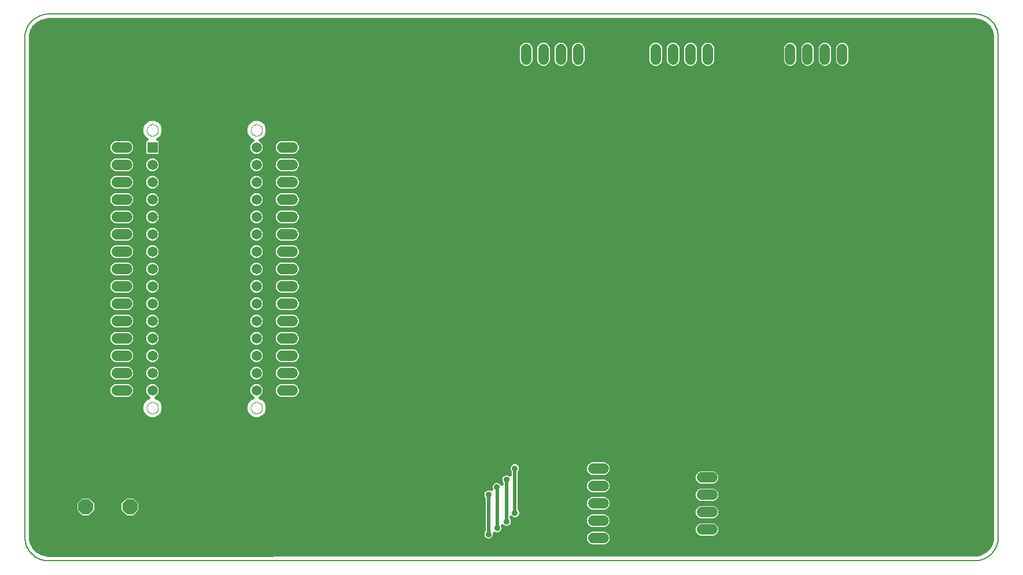
<source format=gbl>
G75*
%MOIN*%
%OFA0B0*%
%FSLAX25Y25*%
%IPPOS*%
%LPD*%
%AMOC8*
5,1,8,0,0,1.08239X$1,22.5*
%
%ADD10C,0.00600*%
%ADD11OC8,0.08500*%
%ADD12R,0.05937X0.05937*%
%ADD13C,0.05937*%
%ADD14C,0.00000*%
%ADD15C,0.06000*%
%ADD16C,0.03569*%
%ADD17C,0.02000*%
%ADD18C,0.17717*%
D10*
X0021119Y0007483D02*
X0279165Y0007512D01*
X0555044Y0007512D01*
X0555371Y0007516D01*
X0555697Y0007528D01*
X0556023Y0007548D01*
X0556349Y0007575D01*
X0556674Y0007611D01*
X0556997Y0007654D01*
X0557320Y0007705D01*
X0557642Y0007764D01*
X0557961Y0007831D01*
X0558280Y0007905D01*
X0558596Y0007987D01*
X0558910Y0008077D01*
X0559222Y0008174D01*
X0559531Y0008278D01*
X0559838Y0008391D01*
X0560142Y0008510D01*
X0560443Y0008637D01*
X0560741Y0008771D01*
X0561036Y0008912D01*
X0561327Y0009061D01*
X0561614Y0009216D01*
X0561898Y0009378D01*
X0562178Y0009547D01*
X0562453Y0009723D01*
X0562724Y0009905D01*
X0562991Y0010094D01*
X0563253Y0010289D01*
X0563510Y0010491D01*
X0563762Y0010698D01*
X0564009Y0010912D01*
X0564251Y0011132D01*
X0564488Y0011357D01*
X0564719Y0011588D01*
X0564944Y0011825D01*
X0565164Y0012067D01*
X0565378Y0012314D01*
X0565585Y0012566D01*
X0565787Y0012823D01*
X0565982Y0013085D01*
X0566171Y0013352D01*
X0566353Y0013623D01*
X0566529Y0013898D01*
X0566698Y0014178D01*
X0566860Y0014462D01*
X0567015Y0014749D01*
X0567164Y0015040D01*
X0567305Y0015335D01*
X0567439Y0015633D01*
X0567566Y0015934D01*
X0567685Y0016238D01*
X0567798Y0016545D01*
X0567902Y0016854D01*
X0567999Y0017166D01*
X0568089Y0017480D01*
X0568171Y0017796D01*
X0568245Y0018115D01*
X0568312Y0018434D01*
X0568371Y0018756D01*
X0568422Y0019079D01*
X0568465Y0019402D01*
X0568501Y0019727D01*
X0568528Y0020053D01*
X0568548Y0020379D01*
X0568560Y0020705D01*
X0568564Y0021032D01*
X0568564Y0309091D01*
X0568565Y0309091D02*
X0568561Y0309415D01*
X0568549Y0309739D01*
X0568530Y0310063D01*
X0568502Y0310386D01*
X0568467Y0310708D01*
X0568424Y0311029D01*
X0568374Y0311349D01*
X0568315Y0311668D01*
X0568249Y0311986D01*
X0568175Y0312301D01*
X0568094Y0312615D01*
X0568005Y0312927D01*
X0567908Y0313236D01*
X0567805Y0313543D01*
X0567693Y0313848D01*
X0567575Y0314149D01*
X0567449Y0314448D01*
X0567316Y0314744D01*
X0567176Y0315036D01*
X0567029Y0315325D01*
X0566874Y0315610D01*
X0566713Y0315891D01*
X0566546Y0316169D01*
X0566371Y0316442D01*
X0566191Y0316711D01*
X0566003Y0316976D01*
X0565809Y0317235D01*
X0565610Y0317491D01*
X0565404Y0317741D01*
X0565192Y0317986D01*
X0564974Y0318226D01*
X0564750Y0318461D01*
X0564521Y0318690D01*
X0564286Y0318914D01*
X0564046Y0319132D01*
X0563801Y0319344D01*
X0563551Y0319550D01*
X0563295Y0319749D01*
X0563036Y0319943D01*
X0562771Y0320131D01*
X0562502Y0320311D01*
X0562229Y0320486D01*
X0561951Y0320653D01*
X0561670Y0320814D01*
X0561385Y0320969D01*
X0561096Y0321116D01*
X0560804Y0321256D01*
X0560508Y0321389D01*
X0560209Y0321515D01*
X0559908Y0321633D01*
X0559603Y0321745D01*
X0559296Y0321848D01*
X0558987Y0321945D01*
X0558675Y0322034D01*
X0558361Y0322115D01*
X0558046Y0322189D01*
X0557728Y0322255D01*
X0557409Y0322314D01*
X0557089Y0322364D01*
X0556768Y0322407D01*
X0556446Y0322442D01*
X0556123Y0322470D01*
X0555799Y0322489D01*
X0555475Y0322501D01*
X0555151Y0322505D01*
X0021123Y0322505D01*
X0020794Y0322501D01*
X0020465Y0322489D01*
X0020137Y0322469D01*
X0019809Y0322441D01*
X0019482Y0322406D01*
X0019156Y0322362D01*
X0018831Y0322311D01*
X0018508Y0322251D01*
X0018186Y0322184D01*
X0017865Y0322109D01*
X0017547Y0322027D01*
X0017231Y0321937D01*
X0016917Y0321839D01*
X0016605Y0321733D01*
X0016296Y0321620D01*
X0015990Y0321500D01*
X0015687Y0321372D01*
X0015387Y0321237D01*
X0015090Y0321095D01*
X0014797Y0320946D01*
X0014508Y0320789D01*
X0014222Y0320626D01*
X0013941Y0320456D01*
X0013663Y0320279D01*
X0013391Y0320095D01*
X0013122Y0319905D01*
X0012858Y0319709D01*
X0012599Y0319506D01*
X0012345Y0319297D01*
X0012097Y0319082D01*
X0011853Y0318861D01*
X0011615Y0318634D01*
X0011382Y0318401D01*
X0011155Y0318163D01*
X0010934Y0317919D01*
X0010719Y0317671D01*
X0010510Y0317417D01*
X0010307Y0317158D01*
X0010111Y0316894D01*
X0009921Y0316625D01*
X0009737Y0316353D01*
X0009560Y0316075D01*
X0009390Y0315794D01*
X0009227Y0315508D01*
X0009070Y0315219D01*
X0008921Y0314926D01*
X0008779Y0314629D01*
X0008644Y0314329D01*
X0008516Y0314026D01*
X0008396Y0313720D01*
X0008283Y0313411D01*
X0008177Y0313099D01*
X0008079Y0312785D01*
X0007989Y0312469D01*
X0007907Y0312151D01*
X0007832Y0311830D01*
X0007765Y0311508D01*
X0007705Y0311185D01*
X0007654Y0310860D01*
X0007610Y0310534D01*
X0007575Y0310207D01*
X0007547Y0309879D01*
X0007527Y0309551D01*
X0007515Y0309222D01*
X0007511Y0308893D01*
X0007512Y0308893D02*
X0007512Y0021090D01*
X0007516Y0020761D01*
X0007528Y0020433D01*
X0007548Y0020104D01*
X0007576Y0019777D01*
X0007611Y0019450D01*
X0007655Y0019124D01*
X0007706Y0018799D01*
X0007765Y0018476D01*
X0007833Y0018154D01*
X0007907Y0017834D01*
X0007990Y0017515D01*
X0008080Y0017199D01*
X0008178Y0016885D01*
X0008283Y0016574D01*
X0008396Y0016265D01*
X0008517Y0015959D01*
X0008644Y0015656D01*
X0008779Y0015356D01*
X0008921Y0015059D01*
X0009071Y0014767D01*
X0009227Y0014477D01*
X0009390Y0014192D01*
X0009560Y0013910D01*
X0009737Y0013633D01*
X0009921Y0013360D01*
X0010111Y0013092D01*
X0010307Y0012828D01*
X0010510Y0012569D01*
X0010719Y0012316D01*
X0010934Y0012067D01*
X0011155Y0011823D01*
X0011382Y0011585D01*
X0011614Y0011353D01*
X0011852Y0011126D01*
X0012096Y0010905D01*
X0012345Y0010690D01*
X0012598Y0010481D01*
X0012857Y0010278D01*
X0013121Y0010082D01*
X0013389Y0009892D01*
X0013662Y0009708D01*
X0013939Y0009531D01*
X0014221Y0009361D01*
X0014506Y0009198D01*
X0014796Y0009042D01*
X0015088Y0008892D01*
X0015385Y0008750D01*
X0015685Y0008615D01*
X0015988Y0008488D01*
X0016294Y0008367D01*
X0016603Y0008254D01*
X0016914Y0008149D01*
X0017228Y0008051D01*
X0017544Y0007961D01*
X0017863Y0007878D01*
X0018183Y0007804D01*
X0018505Y0007736D01*
X0018828Y0007677D01*
X0019153Y0007626D01*
X0019479Y0007582D01*
X0019806Y0007547D01*
X0020133Y0007519D01*
X0020462Y0007499D01*
X0020790Y0007487D01*
X0021119Y0007483D01*
D11*
X0042524Y0038573D03*
X0068124Y0038573D03*
D12*
X0081047Y0245609D03*
D13*
X0081047Y0235609D03*
X0081047Y0225609D03*
X0081047Y0215609D03*
X0081047Y0205609D03*
X0081047Y0195609D03*
X0081047Y0185609D03*
X0081047Y0175609D03*
X0081047Y0165609D03*
X0081047Y0155609D03*
X0081047Y0145609D03*
X0081047Y0135609D03*
X0081047Y0125609D03*
X0081047Y0115609D03*
X0081047Y0105609D03*
X0141047Y0105609D03*
X0141047Y0115609D03*
X0141047Y0125609D03*
X0141047Y0135609D03*
X0141047Y0145609D03*
X0141047Y0155609D03*
X0141047Y0165609D03*
X0141047Y0175609D03*
X0141047Y0185609D03*
X0141047Y0195609D03*
X0141047Y0205609D03*
X0141047Y0215609D03*
X0141047Y0225609D03*
X0141047Y0235609D03*
X0141047Y0245609D03*
D14*
X0137797Y0255609D02*
X0137799Y0255722D01*
X0137805Y0255836D01*
X0137815Y0255949D01*
X0137829Y0256061D01*
X0137846Y0256173D01*
X0137868Y0256285D01*
X0137894Y0256395D01*
X0137923Y0256505D01*
X0137956Y0256613D01*
X0137993Y0256721D01*
X0138034Y0256826D01*
X0138078Y0256931D01*
X0138126Y0257034D01*
X0138177Y0257135D01*
X0138232Y0257234D01*
X0138291Y0257331D01*
X0138353Y0257426D01*
X0138418Y0257519D01*
X0138486Y0257610D01*
X0138557Y0257698D01*
X0138632Y0257784D01*
X0138709Y0257867D01*
X0138789Y0257947D01*
X0138872Y0258024D01*
X0138958Y0258099D01*
X0139046Y0258170D01*
X0139137Y0258238D01*
X0139230Y0258303D01*
X0139325Y0258365D01*
X0139422Y0258424D01*
X0139521Y0258479D01*
X0139622Y0258530D01*
X0139725Y0258578D01*
X0139830Y0258622D01*
X0139935Y0258663D01*
X0140043Y0258700D01*
X0140151Y0258733D01*
X0140261Y0258762D01*
X0140371Y0258788D01*
X0140483Y0258810D01*
X0140595Y0258827D01*
X0140707Y0258841D01*
X0140820Y0258851D01*
X0140934Y0258857D01*
X0141047Y0258859D01*
X0141160Y0258857D01*
X0141274Y0258851D01*
X0141387Y0258841D01*
X0141499Y0258827D01*
X0141611Y0258810D01*
X0141723Y0258788D01*
X0141833Y0258762D01*
X0141943Y0258733D01*
X0142051Y0258700D01*
X0142159Y0258663D01*
X0142264Y0258622D01*
X0142369Y0258578D01*
X0142472Y0258530D01*
X0142573Y0258479D01*
X0142672Y0258424D01*
X0142769Y0258365D01*
X0142864Y0258303D01*
X0142957Y0258238D01*
X0143048Y0258170D01*
X0143136Y0258099D01*
X0143222Y0258024D01*
X0143305Y0257947D01*
X0143385Y0257867D01*
X0143462Y0257784D01*
X0143537Y0257698D01*
X0143608Y0257610D01*
X0143676Y0257519D01*
X0143741Y0257426D01*
X0143803Y0257331D01*
X0143862Y0257234D01*
X0143917Y0257135D01*
X0143968Y0257034D01*
X0144016Y0256931D01*
X0144060Y0256826D01*
X0144101Y0256721D01*
X0144138Y0256613D01*
X0144171Y0256505D01*
X0144200Y0256395D01*
X0144226Y0256285D01*
X0144248Y0256173D01*
X0144265Y0256061D01*
X0144279Y0255949D01*
X0144289Y0255836D01*
X0144295Y0255722D01*
X0144297Y0255609D01*
X0144295Y0255496D01*
X0144289Y0255382D01*
X0144279Y0255269D01*
X0144265Y0255157D01*
X0144248Y0255045D01*
X0144226Y0254933D01*
X0144200Y0254823D01*
X0144171Y0254713D01*
X0144138Y0254605D01*
X0144101Y0254497D01*
X0144060Y0254392D01*
X0144016Y0254287D01*
X0143968Y0254184D01*
X0143917Y0254083D01*
X0143862Y0253984D01*
X0143803Y0253887D01*
X0143741Y0253792D01*
X0143676Y0253699D01*
X0143608Y0253608D01*
X0143537Y0253520D01*
X0143462Y0253434D01*
X0143385Y0253351D01*
X0143305Y0253271D01*
X0143222Y0253194D01*
X0143136Y0253119D01*
X0143048Y0253048D01*
X0142957Y0252980D01*
X0142864Y0252915D01*
X0142769Y0252853D01*
X0142672Y0252794D01*
X0142573Y0252739D01*
X0142472Y0252688D01*
X0142369Y0252640D01*
X0142264Y0252596D01*
X0142159Y0252555D01*
X0142051Y0252518D01*
X0141943Y0252485D01*
X0141833Y0252456D01*
X0141723Y0252430D01*
X0141611Y0252408D01*
X0141499Y0252391D01*
X0141387Y0252377D01*
X0141274Y0252367D01*
X0141160Y0252361D01*
X0141047Y0252359D01*
X0140934Y0252361D01*
X0140820Y0252367D01*
X0140707Y0252377D01*
X0140595Y0252391D01*
X0140483Y0252408D01*
X0140371Y0252430D01*
X0140261Y0252456D01*
X0140151Y0252485D01*
X0140043Y0252518D01*
X0139935Y0252555D01*
X0139830Y0252596D01*
X0139725Y0252640D01*
X0139622Y0252688D01*
X0139521Y0252739D01*
X0139422Y0252794D01*
X0139325Y0252853D01*
X0139230Y0252915D01*
X0139137Y0252980D01*
X0139046Y0253048D01*
X0138958Y0253119D01*
X0138872Y0253194D01*
X0138789Y0253271D01*
X0138709Y0253351D01*
X0138632Y0253434D01*
X0138557Y0253520D01*
X0138486Y0253608D01*
X0138418Y0253699D01*
X0138353Y0253792D01*
X0138291Y0253887D01*
X0138232Y0253984D01*
X0138177Y0254083D01*
X0138126Y0254184D01*
X0138078Y0254287D01*
X0138034Y0254392D01*
X0137993Y0254497D01*
X0137956Y0254605D01*
X0137923Y0254713D01*
X0137894Y0254823D01*
X0137868Y0254933D01*
X0137846Y0255045D01*
X0137829Y0255157D01*
X0137815Y0255269D01*
X0137805Y0255382D01*
X0137799Y0255496D01*
X0137797Y0255609D01*
X0077797Y0255609D02*
X0077799Y0255722D01*
X0077805Y0255836D01*
X0077815Y0255949D01*
X0077829Y0256061D01*
X0077846Y0256173D01*
X0077868Y0256285D01*
X0077894Y0256395D01*
X0077923Y0256505D01*
X0077956Y0256613D01*
X0077993Y0256721D01*
X0078034Y0256826D01*
X0078078Y0256931D01*
X0078126Y0257034D01*
X0078177Y0257135D01*
X0078232Y0257234D01*
X0078291Y0257331D01*
X0078353Y0257426D01*
X0078418Y0257519D01*
X0078486Y0257610D01*
X0078557Y0257698D01*
X0078632Y0257784D01*
X0078709Y0257867D01*
X0078789Y0257947D01*
X0078872Y0258024D01*
X0078958Y0258099D01*
X0079046Y0258170D01*
X0079137Y0258238D01*
X0079230Y0258303D01*
X0079325Y0258365D01*
X0079422Y0258424D01*
X0079521Y0258479D01*
X0079622Y0258530D01*
X0079725Y0258578D01*
X0079830Y0258622D01*
X0079935Y0258663D01*
X0080043Y0258700D01*
X0080151Y0258733D01*
X0080261Y0258762D01*
X0080371Y0258788D01*
X0080483Y0258810D01*
X0080595Y0258827D01*
X0080707Y0258841D01*
X0080820Y0258851D01*
X0080934Y0258857D01*
X0081047Y0258859D01*
X0081160Y0258857D01*
X0081274Y0258851D01*
X0081387Y0258841D01*
X0081499Y0258827D01*
X0081611Y0258810D01*
X0081723Y0258788D01*
X0081833Y0258762D01*
X0081943Y0258733D01*
X0082051Y0258700D01*
X0082159Y0258663D01*
X0082264Y0258622D01*
X0082369Y0258578D01*
X0082472Y0258530D01*
X0082573Y0258479D01*
X0082672Y0258424D01*
X0082769Y0258365D01*
X0082864Y0258303D01*
X0082957Y0258238D01*
X0083048Y0258170D01*
X0083136Y0258099D01*
X0083222Y0258024D01*
X0083305Y0257947D01*
X0083385Y0257867D01*
X0083462Y0257784D01*
X0083537Y0257698D01*
X0083608Y0257610D01*
X0083676Y0257519D01*
X0083741Y0257426D01*
X0083803Y0257331D01*
X0083862Y0257234D01*
X0083917Y0257135D01*
X0083968Y0257034D01*
X0084016Y0256931D01*
X0084060Y0256826D01*
X0084101Y0256721D01*
X0084138Y0256613D01*
X0084171Y0256505D01*
X0084200Y0256395D01*
X0084226Y0256285D01*
X0084248Y0256173D01*
X0084265Y0256061D01*
X0084279Y0255949D01*
X0084289Y0255836D01*
X0084295Y0255722D01*
X0084297Y0255609D01*
X0084295Y0255496D01*
X0084289Y0255382D01*
X0084279Y0255269D01*
X0084265Y0255157D01*
X0084248Y0255045D01*
X0084226Y0254933D01*
X0084200Y0254823D01*
X0084171Y0254713D01*
X0084138Y0254605D01*
X0084101Y0254497D01*
X0084060Y0254392D01*
X0084016Y0254287D01*
X0083968Y0254184D01*
X0083917Y0254083D01*
X0083862Y0253984D01*
X0083803Y0253887D01*
X0083741Y0253792D01*
X0083676Y0253699D01*
X0083608Y0253608D01*
X0083537Y0253520D01*
X0083462Y0253434D01*
X0083385Y0253351D01*
X0083305Y0253271D01*
X0083222Y0253194D01*
X0083136Y0253119D01*
X0083048Y0253048D01*
X0082957Y0252980D01*
X0082864Y0252915D01*
X0082769Y0252853D01*
X0082672Y0252794D01*
X0082573Y0252739D01*
X0082472Y0252688D01*
X0082369Y0252640D01*
X0082264Y0252596D01*
X0082159Y0252555D01*
X0082051Y0252518D01*
X0081943Y0252485D01*
X0081833Y0252456D01*
X0081723Y0252430D01*
X0081611Y0252408D01*
X0081499Y0252391D01*
X0081387Y0252377D01*
X0081274Y0252367D01*
X0081160Y0252361D01*
X0081047Y0252359D01*
X0080934Y0252361D01*
X0080820Y0252367D01*
X0080707Y0252377D01*
X0080595Y0252391D01*
X0080483Y0252408D01*
X0080371Y0252430D01*
X0080261Y0252456D01*
X0080151Y0252485D01*
X0080043Y0252518D01*
X0079935Y0252555D01*
X0079830Y0252596D01*
X0079725Y0252640D01*
X0079622Y0252688D01*
X0079521Y0252739D01*
X0079422Y0252794D01*
X0079325Y0252853D01*
X0079230Y0252915D01*
X0079137Y0252980D01*
X0079046Y0253048D01*
X0078958Y0253119D01*
X0078872Y0253194D01*
X0078789Y0253271D01*
X0078709Y0253351D01*
X0078632Y0253434D01*
X0078557Y0253520D01*
X0078486Y0253608D01*
X0078418Y0253699D01*
X0078353Y0253792D01*
X0078291Y0253887D01*
X0078232Y0253984D01*
X0078177Y0254083D01*
X0078126Y0254184D01*
X0078078Y0254287D01*
X0078034Y0254392D01*
X0077993Y0254497D01*
X0077956Y0254605D01*
X0077923Y0254713D01*
X0077894Y0254823D01*
X0077868Y0254933D01*
X0077846Y0255045D01*
X0077829Y0255157D01*
X0077815Y0255269D01*
X0077805Y0255382D01*
X0077799Y0255496D01*
X0077797Y0255609D01*
X0077797Y0095609D02*
X0077799Y0095722D01*
X0077805Y0095836D01*
X0077815Y0095949D01*
X0077829Y0096061D01*
X0077846Y0096173D01*
X0077868Y0096285D01*
X0077894Y0096395D01*
X0077923Y0096505D01*
X0077956Y0096613D01*
X0077993Y0096721D01*
X0078034Y0096826D01*
X0078078Y0096931D01*
X0078126Y0097034D01*
X0078177Y0097135D01*
X0078232Y0097234D01*
X0078291Y0097331D01*
X0078353Y0097426D01*
X0078418Y0097519D01*
X0078486Y0097610D01*
X0078557Y0097698D01*
X0078632Y0097784D01*
X0078709Y0097867D01*
X0078789Y0097947D01*
X0078872Y0098024D01*
X0078958Y0098099D01*
X0079046Y0098170D01*
X0079137Y0098238D01*
X0079230Y0098303D01*
X0079325Y0098365D01*
X0079422Y0098424D01*
X0079521Y0098479D01*
X0079622Y0098530D01*
X0079725Y0098578D01*
X0079830Y0098622D01*
X0079935Y0098663D01*
X0080043Y0098700D01*
X0080151Y0098733D01*
X0080261Y0098762D01*
X0080371Y0098788D01*
X0080483Y0098810D01*
X0080595Y0098827D01*
X0080707Y0098841D01*
X0080820Y0098851D01*
X0080934Y0098857D01*
X0081047Y0098859D01*
X0081160Y0098857D01*
X0081274Y0098851D01*
X0081387Y0098841D01*
X0081499Y0098827D01*
X0081611Y0098810D01*
X0081723Y0098788D01*
X0081833Y0098762D01*
X0081943Y0098733D01*
X0082051Y0098700D01*
X0082159Y0098663D01*
X0082264Y0098622D01*
X0082369Y0098578D01*
X0082472Y0098530D01*
X0082573Y0098479D01*
X0082672Y0098424D01*
X0082769Y0098365D01*
X0082864Y0098303D01*
X0082957Y0098238D01*
X0083048Y0098170D01*
X0083136Y0098099D01*
X0083222Y0098024D01*
X0083305Y0097947D01*
X0083385Y0097867D01*
X0083462Y0097784D01*
X0083537Y0097698D01*
X0083608Y0097610D01*
X0083676Y0097519D01*
X0083741Y0097426D01*
X0083803Y0097331D01*
X0083862Y0097234D01*
X0083917Y0097135D01*
X0083968Y0097034D01*
X0084016Y0096931D01*
X0084060Y0096826D01*
X0084101Y0096721D01*
X0084138Y0096613D01*
X0084171Y0096505D01*
X0084200Y0096395D01*
X0084226Y0096285D01*
X0084248Y0096173D01*
X0084265Y0096061D01*
X0084279Y0095949D01*
X0084289Y0095836D01*
X0084295Y0095722D01*
X0084297Y0095609D01*
X0084295Y0095496D01*
X0084289Y0095382D01*
X0084279Y0095269D01*
X0084265Y0095157D01*
X0084248Y0095045D01*
X0084226Y0094933D01*
X0084200Y0094823D01*
X0084171Y0094713D01*
X0084138Y0094605D01*
X0084101Y0094497D01*
X0084060Y0094392D01*
X0084016Y0094287D01*
X0083968Y0094184D01*
X0083917Y0094083D01*
X0083862Y0093984D01*
X0083803Y0093887D01*
X0083741Y0093792D01*
X0083676Y0093699D01*
X0083608Y0093608D01*
X0083537Y0093520D01*
X0083462Y0093434D01*
X0083385Y0093351D01*
X0083305Y0093271D01*
X0083222Y0093194D01*
X0083136Y0093119D01*
X0083048Y0093048D01*
X0082957Y0092980D01*
X0082864Y0092915D01*
X0082769Y0092853D01*
X0082672Y0092794D01*
X0082573Y0092739D01*
X0082472Y0092688D01*
X0082369Y0092640D01*
X0082264Y0092596D01*
X0082159Y0092555D01*
X0082051Y0092518D01*
X0081943Y0092485D01*
X0081833Y0092456D01*
X0081723Y0092430D01*
X0081611Y0092408D01*
X0081499Y0092391D01*
X0081387Y0092377D01*
X0081274Y0092367D01*
X0081160Y0092361D01*
X0081047Y0092359D01*
X0080934Y0092361D01*
X0080820Y0092367D01*
X0080707Y0092377D01*
X0080595Y0092391D01*
X0080483Y0092408D01*
X0080371Y0092430D01*
X0080261Y0092456D01*
X0080151Y0092485D01*
X0080043Y0092518D01*
X0079935Y0092555D01*
X0079830Y0092596D01*
X0079725Y0092640D01*
X0079622Y0092688D01*
X0079521Y0092739D01*
X0079422Y0092794D01*
X0079325Y0092853D01*
X0079230Y0092915D01*
X0079137Y0092980D01*
X0079046Y0093048D01*
X0078958Y0093119D01*
X0078872Y0093194D01*
X0078789Y0093271D01*
X0078709Y0093351D01*
X0078632Y0093434D01*
X0078557Y0093520D01*
X0078486Y0093608D01*
X0078418Y0093699D01*
X0078353Y0093792D01*
X0078291Y0093887D01*
X0078232Y0093984D01*
X0078177Y0094083D01*
X0078126Y0094184D01*
X0078078Y0094287D01*
X0078034Y0094392D01*
X0077993Y0094497D01*
X0077956Y0094605D01*
X0077923Y0094713D01*
X0077894Y0094823D01*
X0077868Y0094933D01*
X0077846Y0095045D01*
X0077829Y0095157D01*
X0077815Y0095269D01*
X0077805Y0095382D01*
X0077799Y0095496D01*
X0077797Y0095609D01*
X0137797Y0095609D02*
X0137799Y0095722D01*
X0137805Y0095836D01*
X0137815Y0095949D01*
X0137829Y0096061D01*
X0137846Y0096173D01*
X0137868Y0096285D01*
X0137894Y0096395D01*
X0137923Y0096505D01*
X0137956Y0096613D01*
X0137993Y0096721D01*
X0138034Y0096826D01*
X0138078Y0096931D01*
X0138126Y0097034D01*
X0138177Y0097135D01*
X0138232Y0097234D01*
X0138291Y0097331D01*
X0138353Y0097426D01*
X0138418Y0097519D01*
X0138486Y0097610D01*
X0138557Y0097698D01*
X0138632Y0097784D01*
X0138709Y0097867D01*
X0138789Y0097947D01*
X0138872Y0098024D01*
X0138958Y0098099D01*
X0139046Y0098170D01*
X0139137Y0098238D01*
X0139230Y0098303D01*
X0139325Y0098365D01*
X0139422Y0098424D01*
X0139521Y0098479D01*
X0139622Y0098530D01*
X0139725Y0098578D01*
X0139830Y0098622D01*
X0139935Y0098663D01*
X0140043Y0098700D01*
X0140151Y0098733D01*
X0140261Y0098762D01*
X0140371Y0098788D01*
X0140483Y0098810D01*
X0140595Y0098827D01*
X0140707Y0098841D01*
X0140820Y0098851D01*
X0140934Y0098857D01*
X0141047Y0098859D01*
X0141160Y0098857D01*
X0141274Y0098851D01*
X0141387Y0098841D01*
X0141499Y0098827D01*
X0141611Y0098810D01*
X0141723Y0098788D01*
X0141833Y0098762D01*
X0141943Y0098733D01*
X0142051Y0098700D01*
X0142159Y0098663D01*
X0142264Y0098622D01*
X0142369Y0098578D01*
X0142472Y0098530D01*
X0142573Y0098479D01*
X0142672Y0098424D01*
X0142769Y0098365D01*
X0142864Y0098303D01*
X0142957Y0098238D01*
X0143048Y0098170D01*
X0143136Y0098099D01*
X0143222Y0098024D01*
X0143305Y0097947D01*
X0143385Y0097867D01*
X0143462Y0097784D01*
X0143537Y0097698D01*
X0143608Y0097610D01*
X0143676Y0097519D01*
X0143741Y0097426D01*
X0143803Y0097331D01*
X0143862Y0097234D01*
X0143917Y0097135D01*
X0143968Y0097034D01*
X0144016Y0096931D01*
X0144060Y0096826D01*
X0144101Y0096721D01*
X0144138Y0096613D01*
X0144171Y0096505D01*
X0144200Y0096395D01*
X0144226Y0096285D01*
X0144248Y0096173D01*
X0144265Y0096061D01*
X0144279Y0095949D01*
X0144289Y0095836D01*
X0144295Y0095722D01*
X0144297Y0095609D01*
X0144295Y0095496D01*
X0144289Y0095382D01*
X0144279Y0095269D01*
X0144265Y0095157D01*
X0144248Y0095045D01*
X0144226Y0094933D01*
X0144200Y0094823D01*
X0144171Y0094713D01*
X0144138Y0094605D01*
X0144101Y0094497D01*
X0144060Y0094392D01*
X0144016Y0094287D01*
X0143968Y0094184D01*
X0143917Y0094083D01*
X0143862Y0093984D01*
X0143803Y0093887D01*
X0143741Y0093792D01*
X0143676Y0093699D01*
X0143608Y0093608D01*
X0143537Y0093520D01*
X0143462Y0093434D01*
X0143385Y0093351D01*
X0143305Y0093271D01*
X0143222Y0093194D01*
X0143136Y0093119D01*
X0143048Y0093048D01*
X0142957Y0092980D01*
X0142864Y0092915D01*
X0142769Y0092853D01*
X0142672Y0092794D01*
X0142573Y0092739D01*
X0142472Y0092688D01*
X0142369Y0092640D01*
X0142264Y0092596D01*
X0142159Y0092555D01*
X0142051Y0092518D01*
X0141943Y0092485D01*
X0141833Y0092456D01*
X0141723Y0092430D01*
X0141611Y0092408D01*
X0141499Y0092391D01*
X0141387Y0092377D01*
X0141274Y0092367D01*
X0141160Y0092361D01*
X0141047Y0092359D01*
X0140934Y0092361D01*
X0140820Y0092367D01*
X0140707Y0092377D01*
X0140595Y0092391D01*
X0140483Y0092408D01*
X0140371Y0092430D01*
X0140261Y0092456D01*
X0140151Y0092485D01*
X0140043Y0092518D01*
X0139935Y0092555D01*
X0139830Y0092596D01*
X0139725Y0092640D01*
X0139622Y0092688D01*
X0139521Y0092739D01*
X0139422Y0092794D01*
X0139325Y0092853D01*
X0139230Y0092915D01*
X0139137Y0092980D01*
X0139046Y0093048D01*
X0138958Y0093119D01*
X0138872Y0093194D01*
X0138789Y0093271D01*
X0138709Y0093351D01*
X0138632Y0093434D01*
X0138557Y0093520D01*
X0138486Y0093608D01*
X0138418Y0093699D01*
X0138353Y0093792D01*
X0138291Y0093887D01*
X0138232Y0093984D01*
X0138177Y0094083D01*
X0138126Y0094184D01*
X0138078Y0094287D01*
X0138034Y0094392D01*
X0137993Y0094497D01*
X0137956Y0094605D01*
X0137923Y0094713D01*
X0137894Y0094823D01*
X0137868Y0094933D01*
X0137846Y0095045D01*
X0137829Y0095157D01*
X0137815Y0095269D01*
X0137805Y0095382D01*
X0137799Y0095496D01*
X0137797Y0095609D01*
D15*
X0155738Y0105580D02*
X0161738Y0105580D01*
X0161738Y0115580D02*
X0155738Y0115580D01*
X0155738Y0125580D02*
X0161738Y0125580D01*
X0161738Y0135580D02*
X0155738Y0135580D01*
X0155738Y0145580D02*
X0161738Y0145580D01*
X0161738Y0155580D02*
X0155738Y0155580D01*
X0155738Y0165580D02*
X0161738Y0165580D01*
X0161738Y0175580D02*
X0155738Y0175580D01*
X0155738Y0185580D02*
X0161738Y0185580D01*
X0161738Y0195580D02*
X0155738Y0195580D01*
X0155738Y0205580D02*
X0161738Y0205580D01*
X0161738Y0215580D02*
X0155738Y0215580D01*
X0155738Y0225580D02*
X0161738Y0225580D01*
X0161738Y0235580D02*
X0155738Y0235580D01*
X0155738Y0245580D02*
X0161738Y0245580D01*
X0066335Y0245580D02*
X0060335Y0245580D01*
X0060335Y0235580D02*
X0066335Y0235580D01*
X0066335Y0225580D02*
X0060335Y0225580D01*
X0060335Y0215580D02*
X0066335Y0215580D01*
X0066335Y0205580D02*
X0060335Y0205580D01*
X0060335Y0195580D02*
X0066335Y0195580D01*
X0066335Y0185580D02*
X0060335Y0185580D01*
X0060335Y0175580D02*
X0066335Y0175580D01*
X0066335Y0165580D02*
X0060335Y0165580D01*
X0060335Y0155580D02*
X0066335Y0155580D01*
X0066335Y0145580D02*
X0060335Y0145580D01*
X0060335Y0135580D02*
X0066335Y0135580D01*
X0066335Y0125580D02*
X0060335Y0125580D01*
X0060335Y0115580D02*
X0066335Y0115580D01*
X0066335Y0105580D02*
X0060335Y0105580D01*
X0335037Y0060526D02*
X0341037Y0060526D01*
X0341037Y0050526D02*
X0335037Y0050526D01*
X0335037Y0040526D02*
X0341037Y0040526D01*
X0341037Y0030526D02*
X0335037Y0030526D01*
X0335037Y0020526D02*
X0341037Y0020526D01*
X0397681Y0025507D02*
X0403681Y0025507D01*
X0403681Y0035507D02*
X0397681Y0035507D01*
X0397681Y0045507D02*
X0403681Y0045507D01*
X0403681Y0055507D02*
X0397681Y0055507D01*
X0401177Y0296382D02*
X0401177Y0302382D01*
X0391177Y0302382D02*
X0391177Y0296382D01*
X0381177Y0296382D02*
X0381177Y0302382D01*
X0371177Y0302382D02*
X0371177Y0296382D01*
X0326431Y0296382D02*
X0326431Y0302382D01*
X0316431Y0302382D02*
X0316431Y0296382D01*
X0306431Y0296382D02*
X0306431Y0302382D01*
X0296431Y0302382D02*
X0296431Y0296382D01*
X0448626Y0296382D02*
X0448626Y0302382D01*
X0458626Y0302382D02*
X0458626Y0296382D01*
X0468626Y0296382D02*
X0468626Y0302382D01*
X0478626Y0302382D02*
X0478626Y0296382D01*
D16*
X0289936Y0060757D03*
X0285111Y0054225D03*
X0279576Y0049824D03*
X0274751Y0045564D03*
X0289973Y0034989D03*
X0285176Y0030033D03*
X0279713Y0026280D03*
X0274725Y0022669D03*
D17*
X0014844Y0012912D02*
X0012942Y0014815D01*
X0011596Y0017145D01*
X0010900Y0019744D01*
X0010812Y0021090D01*
X0010812Y0308893D01*
X0010900Y0310239D01*
X0011597Y0312839D01*
X0012943Y0315171D01*
X0014846Y0317074D01*
X0017177Y0318420D01*
X0019777Y0319117D01*
X0021123Y0319205D01*
X0555151Y0319205D01*
X0556471Y0319118D01*
X0559021Y0318435D01*
X0561307Y0317115D01*
X0563174Y0315248D01*
X0564494Y0312961D01*
X0565178Y0310411D01*
X0565264Y0309091D01*
X0565264Y0021032D01*
X0565177Y0019698D01*
X0564486Y0017121D01*
X0563152Y0014810D01*
X0561266Y0012924D01*
X0558955Y0011590D01*
X0556378Y0010899D01*
X0555044Y0010812D01*
X0554388Y0010812D01*
X0279822Y0010812D01*
X0279821Y0010812D01*
X0279164Y0010812D01*
X0278509Y0010812D01*
X0278509Y0010812D01*
X0021119Y0010783D01*
X0019773Y0010871D01*
X0017174Y0011567D01*
X0014844Y0012912D01*
X0014249Y0013507D02*
X0561849Y0013507D01*
X0563554Y0015506D02*
X0012543Y0015506D01*
X0011500Y0017504D02*
X0331553Y0017504D01*
X0331137Y0017920D02*
X0332431Y0016626D01*
X0334122Y0015926D01*
X0341952Y0015926D01*
X0343643Y0016626D01*
X0344937Y0017920D01*
X0345637Y0019611D01*
X0345637Y0021441D01*
X0344937Y0023132D01*
X0343643Y0024426D01*
X0341952Y0025126D01*
X0334122Y0025126D01*
X0332431Y0024426D01*
X0331137Y0023132D01*
X0330437Y0021441D01*
X0330437Y0019611D01*
X0331137Y0017920D01*
X0330482Y0019503D02*
X0275925Y0019503D01*
X0275398Y0019284D02*
X0276642Y0019800D01*
X0277594Y0020752D01*
X0278109Y0021996D01*
X0278109Y0023281D01*
X0279040Y0022896D01*
X0280386Y0022896D01*
X0281630Y0023411D01*
X0282582Y0024363D01*
X0283097Y0025607D01*
X0283097Y0026953D01*
X0282833Y0027590D01*
X0283259Y0027164D01*
X0284503Y0026649D01*
X0285849Y0026649D01*
X0287093Y0027164D01*
X0288045Y0028116D01*
X0288560Y0029360D01*
X0288560Y0030707D01*
X0288045Y0031950D01*
X0287711Y0032284D01*
X0287711Y0032465D01*
X0288056Y0032120D01*
X0289300Y0031605D01*
X0290646Y0031605D01*
X0291890Y0032120D01*
X0292842Y0033072D01*
X0293357Y0034316D01*
X0293357Y0035662D01*
X0292842Y0036906D01*
X0292481Y0037267D01*
X0292481Y0058515D01*
X0292805Y0058840D01*
X0293321Y0060084D01*
X0293321Y0061430D01*
X0292805Y0062674D01*
X0291853Y0063626D01*
X0290609Y0064141D01*
X0289263Y0064141D01*
X0288019Y0063626D01*
X0287067Y0062674D01*
X0286552Y0061430D01*
X0286552Y0060084D01*
X0287067Y0058840D01*
X0287281Y0058626D01*
X0287281Y0056841D01*
X0287028Y0057094D01*
X0285784Y0057610D01*
X0284438Y0057610D01*
X0283194Y0057094D01*
X0282242Y0056142D01*
X0281727Y0054899D01*
X0281727Y0053552D01*
X0282242Y0052308D01*
X0282511Y0052039D01*
X0282511Y0051582D01*
X0282445Y0051741D01*
X0281493Y0052693D01*
X0280249Y0053208D01*
X0278903Y0053208D01*
X0277659Y0052693D01*
X0276707Y0051741D01*
X0276192Y0050497D01*
X0276192Y0049151D01*
X0276452Y0048523D01*
X0275424Y0048948D01*
X0274077Y0048948D01*
X0272834Y0048433D01*
X0271882Y0047481D01*
X0271366Y0046237D01*
X0271366Y0044891D01*
X0271882Y0043647D01*
X0272151Y0043378D01*
X0272151Y0024881D01*
X0271856Y0024586D01*
X0271340Y0023342D01*
X0271340Y0021996D01*
X0271856Y0020752D01*
X0272808Y0019800D01*
X0274052Y0019284D01*
X0275398Y0019284D01*
X0273524Y0019503D02*
X0010965Y0019503D01*
X0010812Y0021501D02*
X0271545Y0021501D01*
X0271406Y0023500D02*
X0010812Y0023500D01*
X0010812Y0025498D02*
X0272151Y0025498D01*
X0272151Y0027497D02*
X0010812Y0027497D01*
X0010812Y0029495D02*
X0272151Y0029495D01*
X0272151Y0031494D02*
X0010812Y0031494D01*
X0010812Y0033492D02*
X0039331Y0033492D01*
X0040101Y0032723D02*
X0036674Y0036150D01*
X0036674Y0040996D01*
X0040101Y0044423D01*
X0044947Y0044423D01*
X0048374Y0040996D01*
X0048374Y0036150D01*
X0044947Y0032723D01*
X0040101Y0032723D01*
X0037333Y0035491D02*
X0010812Y0035491D01*
X0010812Y0037489D02*
X0036674Y0037489D01*
X0036674Y0039488D02*
X0010812Y0039488D01*
X0010812Y0041487D02*
X0037164Y0041487D01*
X0039163Y0043485D02*
X0010812Y0043485D01*
X0010812Y0045484D02*
X0271366Y0045484D01*
X0271882Y0047482D02*
X0010812Y0047482D01*
X0010812Y0049481D02*
X0276192Y0049481D01*
X0276599Y0051479D02*
X0010812Y0051479D01*
X0010812Y0053478D02*
X0281758Y0053478D01*
X0281966Y0055476D02*
X0010812Y0055476D01*
X0010812Y0057475D02*
X0284112Y0057475D01*
X0286110Y0057475D02*
X0287281Y0057475D01*
X0286805Y0059473D02*
X0010812Y0059473D01*
X0010812Y0061472D02*
X0286569Y0061472D01*
X0287864Y0063470D02*
X0010812Y0063470D01*
X0010812Y0065469D02*
X0565264Y0065469D01*
X0565264Y0067467D02*
X0010812Y0067467D01*
X0010812Y0069466D02*
X0565264Y0069466D01*
X0565264Y0071464D02*
X0010812Y0071464D01*
X0010812Y0073463D02*
X0565264Y0073463D01*
X0565264Y0075461D02*
X0010812Y0075461D01*
X0010812Y0077460D02*
X0565264Y0077460D01*
X0565264Y0079458D02*
X0010812Y0079458D01*
X0010812Y0081457D02*
X0565264Y0081457D01*
X0565264Y0083455D02*
X0010812Y0083455D01*
X0010812Y0085454D02*
X0565264Y0085454D01*
X0565264Y0087452D02*
X0010812Y0087452D01*
X0010812Y0089451D02*
X0079581Y0089451D01*
X0079804Y0089359D02*
X0082290Y0089359D01*
X0084587Y0090310D01*
X0086345Y0092068D01*
X0087297Y0094365D01*
X0087297Y0096852D01*
X0086345Y0099149D01*
X0084587Y0100907D01*
X0083111Y0101519D01*
X0083635Y0101736D01*
X0084920Y0103021D01*
X0085615Y0104700D01*
X0085615Y0106517D01*
X0084920Y0108196D01*
X0083635Y0109482D01*
X0081955Y0110177D01*
X0080138Y0110177D01*
X0078459Y0109482D01*
X0077174Y0108196D01*
X0076478Y0106517D01*
X0076478Y0104700D01*
X0077174Y0103021D01*
X0078459Y0101736D01*
X0078983Y0101519D01*
X0077506Y0100907D01*
X0075748Y0099149D01*
X0074797Y0096852D01*
X0074797Y0094365D01*
X0075748Y0092068D01*
X0077506Y0090310D01*
X0079804Y0089359D01*
X0082513Y0089451D02*
X0139581Y0089451D01*
X0139804Y0089359D02*
X0142290Y0089359D01*
X0144587Y0090310D01*
X0146345Y0092068D01*
X0147297Y0094365D01*
X0147297Y0096852D01*
X0146345Y0099149D01*
X0144587Y0100907D01*
X0143111Y0101519D01*
X0143635Y0101736D01*
X0144920Y0103021D01*
X0145615Y0104700D01*
X0145615Y0106517D01*
X0144920Y0108196D01*
X0143635Y0109482D01*
X0141955Y0110177D01*
X0140138Y0110177D01*
X0138459Y0109482D01*
X0137174Y0108196D01*
X0136478Y0106517D01*
X0136478Y0104700D01*
X0137174Y0103021D01*
X0138459Y0101736D01*
X0138983Y0101519D01*
X0137506Y0100907D01*
X0135748Y0099149D01*
X0134797Y0096852D01*
X0134797Y0094365D01*
X0135748Y0092068D01*
X0137506Y0090310D01*
X0139804Y0089359D01*
X0142513Y0089451D02*
X0565264Y0089451D01*
X0565264Y0091449D02*
X0145726Y0091449D01*
X0146917Y0093448D02*
X0565264Y0093448D01*
X0565264Y0095446D02*
X0147297Y0095446D01*
X0147051Y0097445D02*
X0565264Y0097445D01*
X0565264Y0099443D02*
X0146051Y0099443D01*
X0143296Y0101442D02*
X0153708Y0101442D01*
X0153133Y0101680D02*
X0154823Y0100980D01*
X0162653Y0100980D01*
X0164344Y0101680D01*
X0165638Y0102974D01*
X0166338Y0104665D01*
X0166338Y0106495D01*
X0165638Y0108186D01*
X0164344Y0109480D01*
X0162653Y0110180D01*
X0154823Y0110180D01*
X0153133Y0109480D01*
X0151839Y0108186D01*
X0151138Y0106495D01*
X0151138Y0104665D01*
X0151839Y0102974D01*
X0153133Y0101680D01*
X0151645Y0103440D02*
X0145094Y0103440D01*
X0145615Y0105439D02*
X0151138Y0105439D01*
X0151529Y0107437D02*
X0145234Y0107437D01*
X0143680Y0109436D02*
X0153089Y0109436D01*
X0153726Y0111434D02*
X0142907Y0111434D01*
X0143635Y0111736D02*
X0144920Y0113021D01*
X0145615Y0114700D01*
X0145615Y0116517D01*
X0144920Y0118196D01*
X0143635Y0119482D01*
X0141955Y0120177D01*
X0140138Y0120177D01*
X0138459Y0119482D01*
X0137174Y0118196D01*
X0136478Y0116517D01*
X0136478Y0114700D01*
X0137174Y0113021D01*
X0138459Y0111736D01*
X0140138Y0111040D01*
X0141955Y0111040D01*
X0143635Y0111736D01*
X0145090Y0113433D02*
X0151649Y0113433D01*
X0151839Y0112974D02*
X0153133Y0111680D01*
X0154823Y0110980D01*
X0162653Y0110980D01*
X0164344Y0111680D01*
X0165638Y0112974D01*
X0166338Y0114665D01*
X0166338Y0116495D01*
X0165638Y0118186D01*
X0164344Y0119480D01*
X0162653Y0120180D01*
X0154823Y0120180D01*
X0153133Y0119480D01*
X0151839Y0118186D01*
X0151138Y0116495D01*
X0151138Y0114665D01*
X0151839Y0112974D01*
X0151138Y0115431D02*
X0145615Y0115431D01*
X0145237Y0117430D02*
X0151526Y0117430D01*
X0153081Y0119428D02*
X0143688Y0119428D01*
X0142889Y0121427D02*
X0153744Y0121427D01*
X0153133Y0121680D02*
X0154823Y0120980D01*
X0162653Y0120980D01*
X0164344Y0121680D01*
X0165638Y0122974D01*
X0166338Y0124665D01*
X0166338Y0126495D01*
X0165638Y0128186D01*
X0164344Y0129480D01*
X0162653Y0130180D01*
X0154823Y0130180D01*
X0153133Y0129480D01*
X0151839Y0128186D01*
X0151138Y0126495D01*
X0151138Y0124665D01*
X0151839Y0122974D01*
X0153133Y0121680D01*
X0151652Y0123425D02*
X0145087Y0123425D01*
X0144920Y0123021D02*
X0145615Y0124700D01*
X0145615Y0126517D01*
X0144920Y0128196D01*
X0143635Y0129482D01*
X0141955Y0130177D01*
X0140138Y0130177D01*
X0138459Y0129482D01*
X0137174Y0128196D01*
X0136478Y0126517D01*
X0136478Y0124700D01*
X0137174Y0123021D01*
X0138459Y0121736D01*
X0140138Y0121040D01*
X0141955Y0121040D01*
X0143635Y0121736D01*
X0144920Y0123021D01*
X0145615Y0125424D02*
X0151138Y0125424D01*
X0151522Y0127422D02*
X0145240Y0127422D01*
X0143695Y0129421D02*
X0153074Y0129421D01*
X0153762Y0131420D02*
X0142872Y0131420D01*
X0143635Y0131736D02*
X0144920Y0133021D01*
X0145615Y0134700D01*
X0145615Y0136517D01*
X0144920Y0138196D01*
X0143635Y0139482D01*
X0141955Y0140177D01*
X0140138Y0140177D01*
X0138459Y0139482D01*
X0137174Y0138196D01*
X0136478Y0136517D01*
X0136478Y0134700D01*
X0137174Y0133021D01*
X0138459Y0131736D01*
X0140138Y0131040D01*
X0141955Y0131040D01*
X0143635Y0131736D01*
X0145084Y0133418D02*
X0151655Y0133418D01*
X0151839Y0132974D02*
X0153133Y0131680D01*
X0154823Y0130980D01*
X0162653Y0130980D01*
X0164344Y0131680D01*
X0165638Y0132974D01*
X0166338Y0134665D01*
X0166338Y0136495D01*
X0165638Y0138186D01*
X0164344Y0139480D01*
X0162653Y0140180D01*
X0154823Y0140180D01*
X0153133Y0139480D01*
X0151839Y0138186D01*
X0151138Y0136495D01*
X0151138Y0134665D01*
X0151839Y0132974D01*
X0151138Y0135417D02*
X0145615Y0135417D01*
X0145243Y0137415D02*
X0151519Y0137415D01*
X0153067Y0139414D02*
X0143703Y0139414D01*
X0142854Y0141412D02*
X0153780Y0141412D01*
X0153133Y0141680D02*
X0154823Y0140980D01*
X0162653Y0140980D01*
X0164344Y0141680D01*
X0165638Y0142974D01*
X0166338Y0144665D01*
X0166338Y0146495D01*
X0165638Y0148186D01*
X0164344Y0149480D01*
X0162653Y0150180D01*
X0154823Y0150180D01*
X0153133Y0149480D01*
X0151839Y0148186D01*
X0151138Y0146495D01*
X0151138Y0144665D01*
X0151839Y0142974D01*
X0153133Y0141680D01*
X0151658Y0143411D02*
X0145081Y0143411D01*
X0144920Y0143021D02*
X0145615Y0144700D01*
X0145615Y0146517D01*
X0144920Y0148196D01*
X0143635Y0149482D01*
X0141955Y0150177D01*
X0140138Y0150177D01*
X0138459Y0149482D01*
X0137174Y0148196D01*
X0136478Y0146517D01*
X0136478Y0144700D01*
X0137174Y0143021D01*
X0138459Y0141736D01*
X0140138Y0141040D01*
X0141955Y0141040D01*
X0143635Y0141736D01*
X0144920Y0143021D01*
X0145615Y0145409D02*
X0151138Y0145409D01*
X0151516Y0147408D02*
X0145246Y0147408D01*
X0143710Y0149406D02*
X0153059Y0149406D01*
X0153798Y0151405D02*
X0142836Y0151405D01*
X0143635Y0151736D02*
X0144920Y0153021D01*
X0145615Y0154700D01*
X0145615Y0156517D01*
X0144920Y0158196D01*
X0143635Y0159482D01*
X0141955Y0160177D01*
X0140138Y0160177D01*
X0138459Y0159482D01*
X0137174Y0158196D01*
X0136478Y0156517D01*
X0136478Y0154700D01*
X0137174Y0153021D01*
X0138459Y0151736D01*
X0140138Y0151040D01*
X0141955Y0151040D01*
X0143635Y0151736D01*
X0145078Y0153403D02*
X0151661Y0153403D01*
X0151839Y0152974D02*
X0153133Y0151680D01*
X0154823Y0150980D01*
X0162653Y0150980D01*
X0164344Y0151680D01*
X0165638Y0152974D01*
X0166338Y0154665D01*
X0166338Y0156495D01*
X0165638Y0158186D01*
X0164344Y0159480D01*
X0162653Y0160180D01*
X0154823Y0160180D01*
X0153133Y0159480D01*
X0151839Y0158186D01*
X0151138Y0156495D01*
X0151138Y0154665D01*
X0151839Y0152974D01*
X0151138Y0155402D02*
X0145615Y0155402D01*
X0145250Y0157400D02*
X0151513Y0157400D01*
X0153052Y0159399D02*
X0143718Y0159399D01*
X0142818Y0161397D02*
X0153816Y0161397D01*
X0153133Y0161680D02*
X0154823Y0160980D01*
X0162653Y0160980D01*
X0164344Y0161680D01*
X0165638Y0162974D01*
X0166338Y0164665D01*
X0166338Y0166495D01*
X0165638Y0168186D01*
X0164344Y0169480D01*
X0162653Y0170180D01*
X0154823Y0170180D01*
X0153133Y0169480D01*
X0151839Y0168186D01*
X0151138Y0166495D01*
X0151138Y0164665D01*
X0151839Y0162974D01*
X0153133Y0161680D01*
X0151664Y0163396D02*
X0145075Y0163396D01*
X0144920Y0163021D02*
X0145615Y0164700D01*
X0145615Y0166517D01*
X0144920Y0168196D01*
X0143635Y0169482D01*
X0141955Y0170177D01*
X0140138Y0170177D01*
X0138459Y0169482D01*
X0137174Y0168196D01*
X0136478Y0166517D01*
X0136478Y0164700D01*
X0137174Y0163021D01*
X0138459Y0161736D01*
X0140138Y0161040D01*
X0141955Y0161040D01*
X0143635Y0161736D01*
X0144920Y0163021D01*
X0145615Y0165394D02*
X0151138Y0165394D01*
X0151510Y0167393D02*
X0145253Y0167393D01*
X0143725Y0169391D02*
X0153044Y0169391D01*
X0153834Y0171390D02*
X0142800Y0171390D01*
X0143635Y0171736D02*
X0144920Y0173021D01*
X0145615Y0174700D01*
X0145615Y0176517D01*
X0144920Y0178196D01*
X0143635Y0179482D01*
X0141955Y0180177D01*
X0140138Y0180177D01*
X0138459Y0179482D01*
X0137174Y0178196D01*
X0136478Y0176517D01*
X0136478Y0174700D01*
X0137174Y0173021D01*
X0138459Y0171736D01*
X0140138Y0171040D01*
X0141955Y0171040D01*
X0143635Y0171736D01*
X0145072Y0173388D02*
X0151667Y0173388D01*
X0151839Y0172974D02*
X0153133Y0171680D01*
X0154823Y0170980D01*
X0162653Y0170980D01*
X0164344Y0171680D01*
X0165638Y0172974D01*
X0166338Y0174665D01*
X0166338Y0176495D01*
X0165638Y0178186D01*
X0164344Y0179480D01*
X0162653Y0180180D01*
X0154823Y0180180D01*
X0153133Y0179480D01*
X0151839Y0178186D01*
X0151138Y0176495D01*
X0151138Y0174665D01*
X0151839Y0172974D01*
X0151138Y0175387D02*
X0145615Y0175387D01*
X0145256Y0177385D02*
X0151507Y0177385D01*
X0153037Y0179384D02*
X0143732Y0179384D01*
X0142782Y0181382D02*
X0153852Y0181382D01*
X0153133Y0181680D02*
X0154823Y0180980D01*
X0162653Y0180980D01*
X0164344Y0181680D01*
X0165638Y0182974D01*
X0166338Y0184665D01*
X0166338Y0186495D01*
X0165638Y0188186D01*
X0164344Y0189480D01*
X0162653Y0190180D01*
X0154823Y0190180D01*
X0153133Y0189480D01*
X0151839Y0188186D01*
X0151138Y0186495D01*
X0151138Y0184665D01*
X0151839Y0182974D01*
X0153133Y0181680D01*
X0151670Y0183381D02*
X0145069Y0183381D01*
X0144920Y0183021D02*
X0145615Y0184700D01*
X0145615Y0186517D01*
X0144920Y0188196D01*
X0143635Y0189482D01*
X0141955Y0190177D01*
X0140138Y0190177D01*
X0138459Y0189482D01*
X0137174Y0188196D01*
X0136478Y0186517D01*
X0136478Y0184700D01*
X0137174Y0183021D01*
X0138459Y0181736D01*
X0140138Y0181040D01*
X0141955Y0181040D01*
X0143635Y0181736D01*
X0144920Y0183021D01*
X0145615Y0185379D02*
X0151138Y0185379D01*
X0151504Y0187378D02*
X0145259Y0187378D01*
X0143740Y0189376D02*
X0153029Y0189376D01*
X0153870Y0191375D02*
X0142764Y0191375D01*
X0141955Y0191040D02*
X0143635Y0191736D01*
X0144920Y0193021D01*
X0145615Y0194700D01*
X0145615Y0196517D01*
X0144920Y0198196D01*
X0143635Y0199482D01*
X0141955Y0200177D01*
X0140138Y0200177D01*
X0138459Y0199482D01*
X0137174Y0198196D01*
X0136478Y0196517D01*
X0136478Y0194700D01*
X0137174Y0193021D01*
X0138459Y0191736D01*
X0140138Y0191040D01*
X0141955Y0191040D01*
X0139330Y0191375D02*
X0082764Y0191375D01*
X0081955Y0191040D02*
X0083635Y0191736D01*
X0084920Y0193021D01*
X0085615Y0194700D01*
X0085615Y0196517D01*
X0084920Y0198196D01*
X0083635Y0199482D01*
X0081955Y0200177D01*
X0080138Y0200177D01*
X0078459Y0199482D01*
X0077174Y0198196D01*
X0076478Y0196517D01*
X0076478Y0194700D01*
X0077174Y0193021D01*
X0078459Y0191736D01*
X0080138Y0191040D01*
X0081955Y0191040D01*
X0081955Y0190177D02*
X0080138Y0190177D01*
X0078459Y0189482D01*
X0077174Y0188196D01*
X0076478Y0186517D01*
X0076478Y0184700D01*
X0077174Y0183021D01*
X0078459Y0181736D01*
X0080138Y0181040D01*
X0081955Y0181040D01*
X0083635Y0181736D01*
X0084920Y0183021D01*
X0085615Y0184700D01*
X0085615Y0186517D01*
X0084920Y0188196D01*
X0083635Y0189482D01*
X0081955Y0190177D01*
X0083740Y0189376D02*
X0138354Y0189376D01*
X0136835Y0187378D02*
X0085259Y0187378D01*
X0085615Y0185379D02*
X0136478Y0185379D01*
X0137025Y0183381D02*
X0085069Y0183381D01*
X0082782Y0181382D02*
X0139312Y0181382D01*
X0138361Y0179384D02*
X0083732Y0179384D01*
X0083635Y0179482D02*
X0081955Y0180177D01*
X0080138Y0180177D01*
X0078459Y0179482D01*
X0077174Y0178196D01*
X0076478Y0176517D01*
X0076478Y0174700D01*
X0077174Y0173021D01*
X0078459Y0171736D01*
X0080138Y0171040D01*
X0081955Y0171040D01*
X0083635Y0171736D01*
X0084920Y0173021D01*
X0085615Y0174700D01*
X0085615Y0176517D01*
X0084920Y0178196D01*
X0083635Y0179482D01*
X0085256Y0177385D02*
X0136838Y0177385D01*
X0136478Y0175387D02*
X0085615Y0175387D01*
X0085072Y0173388D02*
X0137022Y0173388D01*
X0139294Y0171390D02*
X0082800Y0171390D01*
X0081955Y0170177D02*
X0080138Y0170177D01*
X0078459Y0169482D01*
X0077174Y0168196D01*
X0076478Y0166517D01*
X0076478Y0164700D01*
X0077174Y0163021D01*
X0078459Y0161736D01*
X0080138Y0161040D01*
X0081955Y0161040D01*
X0083635Y0161736D01*
X0084920Y0163021D01*
X0085615Y0164700D01*
X0085615Y0166517D01*
X0084920Y0168196D01*
X0083635Y0169482D01*
X0081955Y0170177D01*
X0083725Y0169391D02*
X0138369Y0169391D01*
X0136841Y0167393D02*
X0085253Y0167393D01*
X0085615Y0165394D02*
X0136478Y0165394D01*
X0137018Y0163396D02*
X0085075Y0163396D01*
X0082818Y0161397D02*
X0139276Y0161397D01*
X0138376Y0159399D02*
X0083718Y0159399D01*
X0083635Y0159482D02*
X0081955Y0160177D01*
X0080138Y0160177D01*
X0078459Y0159482D01*
X0077174Y0158196D01*
X0076478Y0156517D01*
X0076478Y0154700D01*
X0077174Y0153021D01*
X0078459Y0151736D01*
X0080138Y0151040D01*
X0081955Y0151040D01*
X0083635Y0151736D01*
X0084920Y0153021D01*
X0085615Y0154700D01*
X0085615Y0156517D01*
X0084920Y0158196D01*
X0083635Y0159482D01*
X0085250Y0157400D02*
X0136844Y0157400D01*
X0136478Y0155402D02*
X0085615Y0155402D01*
X0085078Y0153403D02*
X0137015Y0153403D01*
X0139258Y0151405D02*
X0082836Y0151405D01*
X0081955Y0150177D02*
X0080138Y0150177D01*
X0078459Y0149482D01*
X0077174Y0148196D01*
X0076478Y0146517D01*
X0076478Y0144700D01*
X0077174Y0143021D01*
X0078459Y0141736D01*
X0080138Y0141040D01*
X0081955Y0141040D01*
X0083635Y0141736D01*
X0084920Y0143021D01*
X0085615Y0144700D01*
X0085615Y0146517D01*
X0084920Y0148196D01*
X0083635Y0149482D01*
X0081955Y0150177D01*
X0083710Y0149406D02*
X0138383Y0149406D01*
X0136847Y0147408D02*
X0085246Y0147408D01*
X0085615Y0145409D02*
X0136478Y0145409D01*
X0137012Y0143411D02*
X0085081Y0143411D01*
X0082854Y0141412D02*
X0139240Y0141412D01*
X0138391Y0139414D02*
X0083703Y0139414D01*
X0083635Y0139482D02*
X0081955Y0140177D01*
X0080138Y0140177D01*
X0078459Y0139482D01*
X0077174Y0138196D01*
X0076478Y0136517D01*
X0076478Y0134700D01*
X0077174Y0133021D01*
X0078459Y0131736D01*
X0080138Y0131040D01*
X0081955Y0131040D01*
X0083635Y0131736D01*
X0084920Y0133021D01*
X0085615Y0134700D01*
X0085615Y0136517D01*
X0084920Y0138196D01*
X0083635Y0139482D01*
X0085243Y0137415D02*
X0136850Y0137415D01*
X0136478Y0135417D02*
X0085615Y0135417D01*
X0085084Y0133418D02*
X0137009Y0133418D01*
X0139222Y0131420D02*
X0082872Y0131420D01*
X0081955Y0130177D02*
X0080138Y0130177D01*
X0078459Y0129482D01*
X0077174Y0128196D01*
X0076478Y0126517D01*
X0076478Y0124700D01*
X0077174Y0123021D01*
X0078459Y0121736D01*
X0080138Y0121040D01*
X0081955Y0121040D01*
X0083635Y0121736D01*
X0084920Y0123021D01*
X0085615Y0124700D01*
X0085615Y0126517D01*
X0084920Y0128196D01*
X0083635Y0129482D01*
X0081955Y0130177D01*
X0083695Y0129421D02*
X0138398Y0129421D01*
X0136853Y0127422D02*
X0085240Y0127422D01*
X0085615Y0125424D02*
X0136478Y0125424D01*
X0137006Y0123425D02*
X0085087Y0123425D01*
X0082889Y0121427D02*
X0139204Y0121427D01*
X0138406Y0119428D02*
X0083688Y0119428D01*
X0083635Y0119482D02*
X0081955Y0120177D01*
X0080138Y0120177D01*
X0078459Y0119482D01*
X0077174Y0118196D01*
X0076478Y0116517D01*
X0076478Y0114700D01*
X0077174Y0113021D01*
X0078459Y0111736D01*
X0080138Y0111040D01*
X0081955Y0111040D01*
X0083635Y0111736D01*
X0084920Y0113021D01*
X0085615Y0114700D01*
X0085615Y0116517D01*
X0084920Y0118196D01*
X0083635Y0119482D01*
X0085237Y0117430D02*
X0136856Y0117430D01*
X0136478Y0115431D02*
X0085615Y0115431D01*
X0085090Y0113433D02*
X0137003Y0113433D01*
X0139186Y0111434D02*
X0082907Y0111434D01*
X0083680Y0109436D02*
X0138413Y0109436D01*
X0136859Y0107437D02*
X0085234Y0107437D01*
X0085615Y0105439D02*
X0136478Y0105439D01*
X0137000Y0103440D02*
X0085094Y0103440D01*
X0083296Y0101442D02*
X0138797Y0101442D01*
X0136043Y0099443D02*
X0086051Y0099443D01*
X0087051Y0097445D02*
X0135042Y0097445D01*
X0134797Y0095446D02*
X0087297Y0095446D01*
X0086917Y0093448D02*
X0135177Y0093448D01*
X0136367Y0091449D02*
X0085726Y0091449D01*
X0076367Y0091449D02*
X0010812Y0091449D01*
X0010812Y0093448D02*
X0075177Y0093448D01*
X0074797Y0095446D02*
X0010812Y0095446D01*
X0010812Y0097445D02*
X0075042Y0097445D01*
X0076043Y0099443D02*
X0010812Y0099443D01*
X0010812Y0101442D02*
X0058305Y0101442D01*
X0057729Y0101680D02*
X0059420Y0100980D01*
X0067250Y0100980D01*
X0068941Y0101680D01*
X0070235Y0102974D01*
X0070935Y0104665D01*
X0070935Y0106495D01*
X0070235Y0108186D01*
X0068941Y0109480D01*
X0067250Y0110180D01*
X0059420Y0110180D01*
X0057729Y0109480D01*
X0056435Y0108186D01*
X0055735Y0106495D01*
X0055735Y0104665D01*
X0056435Y0102974D01*
X0057729Y0101680D01*
X0056242Y0103440D02*
X0010812Y0103440D01*
X0010812Y0105439D02*
X0055735Y0105439D01*
X0056125Y0107437D02*
X0010812Y0107437D01*
X0010812Y0109436D02*
X0057685Y0109436D01*
X0058323Y0111434D02*
X0010812Y0111434D01*
X0010812Y0113433D02*
X0056245Y0113433D01*
X0056435Y0112974D02*
X0057729Y0111680D01*
X0059420Y0110980D01*
X0067250Y0110980D01*
X0068941Y0111680D01*
X0070235Y0112974D01*
X0070935Y0114665D01*
X0070935Y0116495D01*
X0070235Y0118186D01*
X0068941Y0119480D01*
X0067250Y0120180D01*
X0059420Y0120180D01*
X0057729Y0119480D01*
X0056435Y0118186D01*
X0055735Y0116495D01*
X0055735Y0114665D01*
X0056435Y0112974D01*
X0055735Y0115431D02*
X0010812Y0115431D01*
X0010812Y0117430D02*
X0056122Y0117430D01*
X0057678Y0119428D02*
X0010812Y0119428D01*
X0010812Y0121427D02*
X0058341Y0121427D01*
X0057729Y0121680D02*
X0059420Y0120980D01*
X0067250Y0120980D01*
X0068941Y0121680D01*
X0070235Y0122974D01*
X0070935Y0124665D01*
X0070935Y0126495D01*
X0070235Y0128186D01*
X0068941Y0129480D01*
X0067250Y0130180D01*
X0059420Y0130180D01*
X0057729Y0129480D01*
X0056435Y0128186D01*
X0055735Y0126495D01*
X0055735Y0124665D01*
X0056435Y0122974D01*
X0057729Y0121680D01*
X0056248Y0123425D02*
X0010812Y0123425D01*
X0010812Y0125424D02*
X0055735Y0125424D01*
X0056119Y0127422D02*
X0010812Y0127422D01*
X0010812Y0129421D02*
X0057671Y0129421D01*
X0058359Y0131420D02*
X0010812Y0131420D01*
X0010812Y0133418D02*
X0056251Y0133418D01*
X0056435Y0132974D02*
X0057729Y0131680D01*
X0059420Y0130980D01*
X0067250Y0130980D01*
X0068941Y0131680D01*
X0070235Y0132974D01*
X0070935Y0134665D01*
X0070935Y0136495D01*
X0070235Y0138186D01*
X0068941Y0139480D01*
X0067250Y0140180D01*
X0059420Y0140180D01*
X0057729Y0139480D01*
X0056435Y0138186D01*
X0055735Y0136495D01*
X0055735Y0134665D01*
X0056435Y0132974D01*
X0055735Y0135417D02*
X0010812Y0135417D01*
X0010812Y0137415D02*
X0056116Y0137415D01*
X0057663Y0139414D02*
X0010812Y0139414D01*
X0010812Y0141412D02*
X0058377Y0141412D01*
X0057729Y0141680D02*
X0059420Y0140980D01*
X0067250Y0140980D01*
X0068941Y0141680D01*
X0070235Y0142974D01*
X0070935Y0144665D01*
X0070935Y0146495D01*
X0070235Y0148186D01*
X0068941Y0149480D01*
X0067250Y0150180D01*
X0059420Y0150180D01*
X0057729Y0149480D01*
X0056435Y0148186D01*
X0055735Y0146495D01*
X0055735Y0144665D01*
X0056435Y0142974D01*
X0057729Y0141680D01*
X0056254Y0143411D02*
X0010812Y0143411D01*
X0010812Y0145409D02*
X0055735Y0145409D01*
X0056113Y0147408D02*
X0010812Y0147408D01*
X0010812Y0149406D02*
X0057656Y0149406D01*
X0058395Y0151405D02*
X0010812Y0151405D01*
X0010812Y0153403D02*
X0056257Y0153403D01*
X0056435Y0152974D02*
X0057729Y0151680D01*
X0059420Y0150980D01*
X0067250Y0150980D01*
X0068941Y0151680D01*
X0070235Y0152974D01*
X0070935Y0154665D01*
X0070935Y0156495D01*
X0070235Y0158186D01*
X0068941Y0159480D01*
X0067250Y0160180D01*
X0059420Y0160180D01*
X0057729Y0159480D01*
X0056435Y0158186D01*
X0055735Y0156495D01*
X0055735Y0154665D01*
X0056435Y0152974D01*
X0055735Y0155402D02*
X0010812Y0155402D01*
X0010812Y0157400D02*
X0056110Y0157400D01*
X0057648Y0159399D02*
X0010812Y0159399D01*
X0010812Y0161397D02*
X0058412Y0161397D01*
X0057729Y0161680D02*
X0059420Y0160980D01*
X0067250Y0160980D01*
X0068941Y0161680D01*
X0070235Y0162974D01*
X0070935Y0164665D01*
X0070935Y0166495D01*
X0070235Y0168186D01*
X0068941Y0169480D01*
X0067250Y0170180D01*
X0059420Y0170180D01*
X0057729Y0169480D01*
X0056435Y0168186D01*
X0055735Y0166495D01*
X0055735Y0164665D01*
X0056435Y0162974D01*
X0057729Y0161680D01*
X0056261Y0163396D02*
X0010812Y0163396D01*
X0010812Y0165394D02*
X0055735Y0165394D01*
X0056107Y0167393D02*
X0010812Y0167393D01*
X0010812Y0169391D02*
X0057641Y0169391D01*
X0058430Y0171390D02*
X0010812Y0171390D01*
X0010812Y0173388D02*
X0056264Y0173388D01*
X0056435Y0172974D02*
X0057729Y0171680D01*
X0059420Y0170980D01*
X0067250Y0170980D01*
X0068941Y0171680D01*
X0070235Y0172974D01*
X0070935Y0174665D01*
X0070935Y0176495D01*
X0070235Y0178186D01*
X0068941Y0179480D01*
X0067250Y0180180D01*
X0059420Y0180180D01*
X0057729Y0179480D01*
X0056435Y0178186D01*
X0055735Y0176495D01*
X0055735Y0174665D01*
X0056435Y0172974D01*
X0055735Y0175387D02*
X0010812Y0175387D01*
X0010812Y0177385D02*
X0056104Y0177385D01*
X0057633Y0179384D02*
X0010812Y0179384D01*
X0010812Y0181382D02*
X0058448Y0181382D01*
X0057729Y0181680D02*
X0059420Y0180980D01*
X0067250Y0180980D01*
X0068941Y0181680D01*
X0070235Y0182974D01*
X0070935Y0184665D01*
X0070935Y0186495D01*
X0070235Y0188186D01*
X0068941Y0189480D01*
X0067250Y0190180D01*
X0059420Y0190180D01*
X0057729Y0189480D01*
X0056435Y0188186D01*
X0055735Y0186495D01*
X0055735Y0184665D01*
X0056435Y0182974D01*
X0057729Y0181680D01*
X0056267Y0183381D02*
X0010812Y0183381D01*
X0010812Y0185379D02*
X0055735Y0185379D01*
X0056101Y0187378D02*
X0010812Y0187378D01*
X0010812Y0189376D02*
X0057626Y0189376D01*
X0058466Y0191375D02*
X0010812Y0191375D01*
X0010812Y0193373D02*
X0056270Y0193373D01*
X0056435Y0192974D02*
X0057729Y0191680D01*
X0059420Y0190980D01*
X0067250Y0190980D01*
X0068941Y0191680D01*
X0070235Y0192974D01*
X0070935Y0194665D01*
X0070935Y0196495D01*
X0070235Y0198186D01*
X0068941Y0199480D01*
X0067250Y0200180D01*
X0059420Y0200180D01*
X0057729Y0199480D01*
X0056435Y0198186D01*
X0055735Y0196495D01*
X0055735Y0194665D01*
X0056435Y0192974D01*
X0055735Y0195372D02*
X0010812Y0195372D01*
X0010812Y0197370D02*
X0056097Y0197370D01*
X0057618Y0199369D02*
X0010812Y0199369D01*
X0010812Y0201367D02*
X0058484Y0201367D01*
X0057729Y0201680D02*
X0059420Y0200980D01*
X0067250Y0200980D01*
X0068941Y0201680D01*
X0070235Y0202974D01*
X0070935Y0204665D01*
X0070935Y0206495D01*
X0070235Y0208186D01*
X0068941Y0209480D01*
X0067250Y0210180D01*
X0059420Y0210180D01*
X0057729Y0209480D01*
X0056435Y0208186D01*
X0055735Y0206495D01*
X0055735Y0204665D01*
X0056435Y0202974D01*
X0057729Y0201680D01*
X0056273Y0203366D02*
X0010812Y0203366D01*
X0010812Y0205364D02*
X0055735Y0205364D01*
X0056094Y0207363D02*
X0010812Y0207363D01*
X0010812Y0209361D02*
X0057611Y0209361D01*
X0058502Y0211360D02*
X0010812Y0211360D01*
X0010812Y0213358D02*
X0056276Y0213358D01*
X0056435Y0212974D02*
X0057729Y0211680D01*
X0059420Y0210980D01*
X0067250Y0210980D01*
X0068941Y0211680D01*
X0070235Y0212974D01*
X0070935Y0214665D01*
X0070935Y0216495D01*
X0070235Y0218186D01*
X0068941Y0219480D01*
X0067250Y0220180D01*
X0059420Y0220180D01*
X0057729Y0219480D01*
X0056435Y0218186D01*
X0055735Y0216495D01*
X0055735Y0214665D01*
X0056435Y0212974D01*
X0055735Y0215357D02*
X0010812Y0215357D01*
X0010812Y0217355D02*
X0056091Y0217355D01*
X0057604Y0219354D02*
X0010812Y0219354D01*
X0010812Y0221353D02*
X0058520Y0221353D01*
X0057729Y0221680D02*
X0059420Y0220980D01*
X0067250Y0220980D01*
X0068941Y0221680D01*
X0070235Y0222974D01*
X0070935Y0224665D01*
X0070935Y0226495D01*
X0070235Y0228186D01*
X0068941Y0229480D01*
X0067250Y0230180D01*
X0059420Y0230180D01*
X0057729Y0229480D01*
X0056435Y0228186D01*
X0055735Y0226495D01*
X0055735Y0224665D01*
X0056435Y0222974D01*
X0057729Y0221680D01*
X0056279Y0223351D02*
X0010812Y0223351D01*
X0010812Y0225350D02*
X0055735Y0225350D01*
X0056088Y0227348D02*
X0010812Y0227348D01*
X0010812Y0229347D02*
X0057596Y0229347D01*
X0058538Y0231345D02*
X0010812Y0231345D01*
X0010812Y0233344D02*
X0056282Y0233344D01*
X0056435Y0232974D02*
X0057729Y0231680D01*
X0059420Y0230980D01*
X0067250Y0230980D01*
X0068941Y0231680D01*
X0070235Y0232974D01*
X0070935Y0234665D01*
X0070935Y0236495D01*
X0070235Y0238186D01*
X0068941Y0239480D01*
X0067250Y0240180D01*
X0059420Y0240180D01*
X0057729Y0239480D01*
X0056435Y0238186D01*
X0055735Y0236495D01*
X0055735Y0234665D01*
X0056435Y0232974D01*
X0055735Y0235342D02*
X0010812Y0235342D01*
X0010812Y0237341D02*
X0056085Y0237341D01*
X0057589Y0239339D02*
X0010812Y0239339D01*
X0010812Y0241338D02*
X0058556Y0241338D01*
X0057729Y0241680D02*
X0059420Y0240980D01*
X0067250Y0240980D01*
X0068941Y0241680D01*
X0070235Y0242974D01*
X0070935Y0244665D01*
X0070935Y0246495D01*
X0070235Y0248186D01*
X0068941Y0249480D01*
X0067250Y0250180D01*
X0059420Y0250180D01*
X0057729Y0249480D01*
X0056435Y0248186D01*
X0055735Y0246495D01*
X0055735Y0244665D01*
X0056435Y0242974D01*
X0057729Y0241680D01*
X0056285Y0243336D02*
X0010812Y0243336D01*
X0010812Y0245335D02*
X0055735Y0245335D01*
X0056082Y0247333D02*
X0010812Y0247333D01*
X0010812Y0249332D02*
X0057581Y0249332D01*
X0069088Y0249332D02*
X0076570Y0249332D01*
X0076478Y0249240D02*
X0076478Y0241977D01*
X0077416Y0241040D01*
X0084678Y0241040D01*
X0085615Y0241977D01*
X0085615Y0249240D01*
X0084678Y0250177D01*
X0084266Y0250177D01*
X0084587Y0250310D01*
X0086345Y0252068D01*
X0087297Y0254365D01*
X0087297Y0256852D01*
X0086345Y0259149D01*
X0084587Y0260907D01*
X0082290Y0261859D01*
X0079804Y0261859D01*
X0077506Y0260907D01*
X0075748Y0259149D01*
X0074797Y0256852D01*
X0074797Y0254365D01*
X0075748Y0252068D01*
X0077506Y0250310D01*
X0077828Y0250177D01*
X0077416Y0250177D01*
X0076478Y0249240D01*
X0076478Y0247333D02*
X0070588Y0247333D01*
X0070935Y0245335D02*
X0076478Y0245335D01*
X0076478Y0243336D02*
X0070384Y0243336D01*
X0068113Y0241338D02*
X0077118Y0241338D01*
X0078459Y0239482D02*
X0077174Y0238196D01*
X0076478Y0236517D01*
X0076478Y0234700D01*
X0077174Y0233021D01*
X0078459Y0231736D01*
X0080138Y0231040D01*
X0081955Y0231040D01*
X0083635Y0231736D01*
X0084920Y0233021D01*
X0085615Y0234700D01*
X0085615Y0236517D01*
X0084920Y0238196D01*
X0083635Y0239482D01*
X0081955Y0240177D01*
X0080138Y0240177D01*
X0078459Y0239482D01*
X0078316Y0239339D02*
X0069081Y0239339D01*
X0070585Y0237341D02*
X0076819Y0237341D01*
X0076478Y0235342D02*
X0070935Y0235342D01*
X0070388Y0233344D02*
X0077040Y0233344D01*
X0079402Y0231345D02*
X0068131Y0231345D01*
X0069074Y0229347D02*
X0078324Y0229347D01*
X0078459Y0229482D02*
X0077174Y0228196D01*
X0076478Y0226517D01*
X0076478Y0224700D01*
X0077174Y0223021D01*
X0078459Y0221736D01*
X0080138Y0221040D01*
X0081955Y0221040D01*
X0083635Y0221736D01*
X0084920Y0223021D01*
X0085615Y0224700D01*
X0085615Y0226517D01*
X0084920Y0228196D01*
X0083635Y0229482D01*
X0081955Y0230177D01*
X0080138Y0230177D01*
X0078459Y0229482D01*
X0076822Y0227348D02*
X0070581Y0227348D01*
X0070935Y0225350D02*
X0076478Y0225350D01*
X0077037Y0223351D02*
X0070391Y0223351D01*
X0068149Y0221353D02*
X0079384Y0221353D01*
X0080138Y0220177D02*
X0078459Y0219482D01*
X0077174Y0218196D01*
X0076478Y0216517D01*
X0076478Y0214700D01*
X0077174Y0213021D01*
X0078459Y0211736D01*
X0080138Y0211040D01*
X0081955Y0211040D01*
X0083635Y0211736D01*
X0084920Y0213021D01*
X0085615Y0214700D01*
X0085615Y0216517D01*
X0084920Y0218196D01*
X0083635Y0219482D01*
X0081955Y0220177D01*
X0080138Y0220177D01*
X0078331Y0219354D02*
X0069066Y0219354D01*
X0070578Y0217355D02*
X0076825Y0217355D01*
X0076478Y0215357D02*
X0070935Y0215357D01*
X0070394Y0213358D02*
X0077034Y0213358D01*
X0079366Y0211360D02*
X0068167Y0211360D01*
X0069059Y0209361D02*
X0078339Y0209361D01*
X0078459Y0209482D02*
X0077174Y0208196D01*
X0076478Y0206517D01*
X0076478Y0204700D01*
X0077174Y0203021D01*
X0078459Y0201736D01*
X0080138Y0201040D01*
X0081955Y0201040D01*
X0083635Y0201736D01*
X0084920Y0203021D01*
X0085615Y0204700D01*
X0085615Y0206517D01*
X0084920Y0208196D01*
X0083635Y0209482D01*
X0081955Y0210177D01*
X0080138Y0210177D01*
X0078459Y0209482D01*
X0076829Y0207363D02*
X0070575Y0207363D01*
X0070935Y0205364D02*
X0076478Y0205364D01*
X0077031Y0203366D02*
X0070397Y0203366D01*
X0068185Y0201367D02*
X0079348Y0201367D01*
X0078346Y0199369D02*
X0069051Y0199369D01*
X0070572Y0197370D02*
X0076832Y0197370D01*
X0076478Y0195372D02*
X0070935Y0195372D01*
X0070400Y0193373D02*
X0077028Y0193373D01*
X0079330Y0191375D02*
X0068203Y0191375D01*
X0069044Y0189376D02*
X0078354Y0189376D01*
X0076835Y0187378D02*
X0070569Y0187378D01*
X0070935Y0185379D02*
X0076478Y0185379D01*
X0077025Y0183381D02*
X0070403Y0183381D01*
X0068221Y0181382D02*
X0079312Y0181382D01*
X0078361Y0179384D02*
X0069036Y0179384D01*
X0070566Y0177385D02*
X0076838Y0177385D01*
X0076478Y0175387D02*
X0070935Y0175387D01*
X0070406Y0173388D02*
X0077022Y0173388D01*
X0079294Y0171390D02*
X0068239Y0171390D01*
X0069029Y0169391D02*
X0078369Y0169391D01*
X0076841Y0167393D02*
X0070563Y0167393D01*
X0070935Y0165394D02*
X0076478Y0165394D01*
X0077018Y0163396D02*
X0070409Y0163396D01*
X0068257Y0161397D02*
X0079276Y0161397D01*
X0078376Y0159399D02*
X0069021Y0159399D01*
X0070560Y0157400D02*
X0076844Y0157400D01*
X0076478Y0155402D02*
X0070935Y0155402D01*
X0070412Y0153403D02*
X0077015Y0153403D01*
X0079258Y0151405D02*
X0068275Y0151405D01*
X0069014Y0149406D02*
X0078383Y0149406D01*
X0076847Y0147408D02*
X0070557Y0147408D01*
X0070935Y0145409D02*
X0076478Y0145409D01*
X0077012Y0143411D02*
X0070415Y0143411D01*
X0068293Y0141412D02*
X0079240Y0141412D01*
X0078391Y0139414D02*
X0069007Y0139414D01*
X0070554Y0137415D02*
X0076850Y0137415D01*
X0076478Y0135417D02*
X0070935Y0135417D01*
X0070418Y0133418D02*
X0077009Y0133418D01*
X0079222Y0131420D02*
X0068311Y0131420D01*
X0068999Y0129421D02*
X0078398Y0129421D01*
X0076853Y0127422D02*
X0070551Y0127422D01*
X0070935Y0125424D02*
X0076478Y0125424D01*
X0077006Y0123425D02*
X0070421Y0123425D01*
X0068329Y0121427D02*
X0079204Y0121427D01*
X0078406Y0119428D02*
X0068992Y0119428D01*
X0070548Y0117430D02*
X0076856Y0117430D01*
X0076478Y0115431D02*
X0070935Y0115431D01*
X0070425Y0113433D02*
X0077003Y0113433D01*
X0079186Y0111434D02*
X0068347Y0111434D01*
X0068984Y0109436D02*
X0078413Y0109436D01*
X0076859Y0107437D02*
X0070544Y0107437D01*
X0070935Y0105439D02*
X0076478Y0105439D01*
X0077000Y0103440D02*
X0070428Y0103440D01*
X0068365Y0101442D02*
X0078797Y0101442D01*
X0163768Y0101442D02*
X0565264Y0101442D01*
X0565264Y0103440D02*
X0165831Y0103440D01*
X0166338Y0105439D02*
X0565264Y0105439D01*
X0565264Y0107437D02*
X0165948Y0107437D01*
X0164388Y0109436D02*
X0565264Y0109436D01*
X0565264Y0111434D02*
X0163750Y0111434D01*
X0165828Y0113433D02*
X0565264Y0113433D01*
X0565264Y0115431D02*
X0166338Y0115431D01*
X0165951Y0117430D02*
X0565264Y0117430D01*
X0565264Y0119428D02*
X0164395Y0119428D01*
X0163732Y0121427D02*
X0565264Y0121427D01*
X0565264Y0123425D02*
X0165825Y0123425D01*
X0166338Y0125424D02*
X0565264Y0125424D01*
X0565264Y0127422D02*
X0165954Y0127422D01*
X0164403Y0129421D02*
X0565264Y0129421D01*
X0565264Y0131420D02*
X0163715Y0131420D01*
X0165822Y0133418D02*
X0565264Y0133418D01*
X0565264Y0135417D02*
X0166338Y0135417D01*
X0165957Y0137415D02*
X0565264Y0137415D01*
X0565264Y0139414D02*
X0164410Y0139414D01*
X0163697Y0141412D02*
X0565264Y0141412D01*
X0565264Y0143411D02*
X0165819Y0143411D01*
X0166338Y0145409D02*
X0565264Y0145409D01*
X0565264Y0147408D02*
X0165960Y0147408D01*
X0164417Y0149406D02*
X0565264Y0149406D01*
X0565264Y0151405D02*
X0163679Y0151405D01*
X0165816Y0153403D02*
X0565264Y0153403D01*
X0565264Y0155402D02*
X0166338Y0155402D01*
X0165963Y0157400D02*
X0565264Y0157400D01*
X0565264Y0159399D02*
X0164425Y0159399D01*
X0163661Y0161397D02*
X0565264Y0161397D01*
X0565264Y0163396D02*
X0165813Y0163396D01*
X0166338Y0165394D02*
X0565264Y0165394D01*
X0565264Y0167393D02*
X0165966Y0167393D01*
X0164432Y0169391D02*
X0565264Y0169391D01*
X0565264Y0171390D02*
X0163643Y0171390D01*
X0165809Y0173388D02*
X0565264Y0173388D01*
X0565264Y0175387D02*
X0166338Y0175387D01*
X0165969Y0177385D02*
X0565264Y0177385D01*
X0565264Y0179384D02*
X0164440Y0179384D01*
X0163625Y0181382D02*
X0565264Y0181382D01*
X0565264Y0183381D02*
X0165806Y0183381D01*
X0166338Y0185379D02*
X0565264Y0185379D01*
X0565264Y0187378D02*
X0165973Y0187378D01*
X0164447Y0189376D02*
X0565264Y0189376D01*
X0565264Y0191375D02*
X0163607Y0191375D01*
X0164344Y0191680D02*
X0165638Y0192974D01*
X0166338Y0194665D01*
X0166338Y0196495D01*
X0165638Y0198186D01*
X0164344Y0199480D01*
X0162653Y0200180D01*
X0154823Y0200180D01*
X0153133Y0199480D01*
X0151839Y0198186D01*
X0151138Y0196495D01*
X0151138Y0194665D01*
X0151839Y0192974D01*
X0153133Y0191680D01*
X0154823Y0190980D01*
X0162653Y0190980D01*
X0164344Y0191680D01*
X0165803Y0193373D02*
X0565264Y0193373D01*
X0565264Y0195372D02*
X0166338Y0195372D01*
X0165976Y0197370D02*
X0565264Y0197370D01*
X0565264Y0199369D02*
X0164455Y0199369D01*
X0163589Y0201367D02*
X0565264Y0201367D01*
X0565264Y0203366D02*
X0165800Y0203366D01*
X0165638Y0202974D02*
X0166338Y0204665D01*
X0166338Y0206495D01*
X0165638Y0208186D01*
X0164344Y0209480D01*
X0162653Y0210180D01*
X0154823Y0210180D01*
X0153133Y0209480D01*
X0151839Y0208186D01*
X0151138Y0206495D01*
X0151138Y0204665D01*
X0151839Y0202974D01*
X0153133Y0201680D01*
X0154823Y0200980D01*
X0162653Y0200980D01*
X0164344Y0201680D01*
X0165638Y0202974D01*
X0166338Y0205364D02*
X0565264Y0205364D01*
X0565264Y0207363D02*
X0165979Y0207363D01*
X0164462Y0209361D02*
X0565264Y0209361D01*
X0565264Y0211360D02*
X0163571Y0211360D01*
X0164344Y0211680D02*
X0165638Y0212974D01*
X0166338Y0214665D01*
X0166338Y0216495D01*
X0165638Y0218186D01*
X0164344Y0219480D01*
X0162653Y0220180D01*
X0154823Y0220180D01*
X0153133Y0219480D01*
X0151839Y0218186D01*
X0151138Y0216495D01*
X0151138Y0214665D01*
X0151839Y0212974D01*
X0153133Y0211680D01*
X0154823Y0210980D01*
X0162653Y0210980D01*
X0164344Y0211680D01*
X0165797Y0213358D02*
X0565264Y0213358D01*
X0565264Y0215357D02*
X0166338Y0215357D01*
X0165982Y0217355D02*
X0565264Y0217355D01*
X0565264Y0219354D02*
X0164470Y0219354D01*
X0163553Y0221353D02*
X0565264Y0221353D01*
X0565264Y0223351D02*
X0165794Y0223351D01*
X0165638Y0222974D02*
X0166338Y0224665D01*
X0166338Y0226495D01*
X0165638Y0228186D01*
X0164344Y0229480D01*
X0162653Y0230180D01*
X0154823Y0230180D01*
X0153133Y0229480D01*
X0151839Y0228186D01*
X0151138Y0226495D01*
X0151138Y0224665D01*
X0151839Y0222974D01*
X0153133Y0221680D01*
X0154823Y0220980D01*
X0162653Y0220980D01*
X0164344Y0221680D01*
X0165638Y0222974D01*
X0166338Y0225350D02*
X0565264Y0225350D01*
X0565264Y0227348D02*
X0165985Y0227348D01*
X0164477Y0229347D02*
X0565264Y0229347D01*
X0565264Y0231345D02*
X0163535Y0231345D01*
X0164344Y0231680D02*
X0165638Y0232974D01*
X0166338Y0234665D01*
X0166338Y0236495D01*
X0165638Y0238186D01*
X0164344Y0239480D01*
X0162653Y0240180D01*
X0154823Y0240180D01*
X0153133Y0239480D01*
X0151839Y0238186D01*
X0151138Y0236495D01*
X0151138Y0234665D01*
X0151839Y0232974D01*
X0153133Y0231680D01*
X0154823Y0230980D01*
X0162653Y0230980D01*
X0164344Y0231680D01*
X0165791Y0233344D02*
X0565264Y0233344D01*
X0565264Y0235342D02*
X0166338Y0235342D01*
X0165988Y0237341D02*
X0565264Y0237341D01*
X0565264Y0239339D02*
X0164484Y0239339D01*
X0163517Y0241338D02*
X0565264Y0241338D01*
X0565264Y0243336D02*
X0165788Y0243336D01*
X0165638Y0242974D02*
X0166338Y0244665D01*
X0166338Y0246495D01*
X0165638Y0248186D01*
X0164344Y0249480D01*
X0162653Y0250180D01*
X0154823Y0250180D01*
X0153133Y0249480D01*
X0151839Y0248186D01*
X0151138Y0246495D01*
X0151138Y0244665D01*
X0151839Y0242974D01*
X0153133Y0241680D01*
X0154823Y0240980D01*
X0162653Y0240980D01*
X0164344Y0241680D01*
X0165638Y0242974D01*
X0166338Y0245335D02*
X0565264Y0245335D01*
X0565264Y0247333D02*
X0165991Y0247333D01*
X0164492Y0249332D02*
X0565264Y0249332D01*
X0565264Y0251330D02*
X0145607Y0251330D01*
X0146345Y0252068D02*
X0144587Y0250310D01*
X0143111Y0249699D01*
X0143635Y0249482D01*
X0144920Y0248196D01*
X0145615Y0246517D01*
X0145615Y0244700D01*
X0144920Y0243021D01*
X0143635Y0241736D01*
X0141955Y0241040D01*
X0140138Y0241040D01*
X0138459Y0241736D01*
X0137174Y0243021D01*
X0136478Y0244700D01*
X0136478Y0246517D01*
X0137174Y0248196D01*
X0138459Y0249482D01*
X0138983Y0249699D01*
X0137506Y0250310D01*
X0135748Y0252068D01*
X0134797Y0254365D01*
X0134797Y0256852D01*
X0135748Y0259149D01*
X0137506Y0260907D01*
X0139804Y0261859D01*
X0142290Y0261859D01*
X0144587Y0260907D01*
X0146345Y0259149D01*
X0147297Y0256852D01*
X0147297Y0254365D01*
X0146345Y0252068D01*
X0146867Y0253329D02*
X0565264Y0253329D01*
X0565264Y0255327D02*
X0147297Y0255327D01*
X0147100Y0257326D02*
X0565264Y0257326D01*
X0565264Y0259324D02*
X0146170Y0259324D01*
X0143584Y0261323D02*
X0565264Y0261323D01*
X0565264Y0263321D02*
X0010812Y0263321D01*
X0010812Y0261323D02*
X0078510Y0261323D01*
X0075924Y0259324D02*
X0010812Y0259324D01*
X0010812Y0257326D02*
X0074993Y0257326D01*
X0074797Y0255327D02*
X0010812Y0255327D01*
X0010812Y0253329D02*
X0075226Y0253329D01*
X0076486Y0251330D02*
X0010812Y0251330D01*
X0010812Y0265320D02*
X0565264Y0265320D01*
X0565264Y0267318D02*
X0010812Y0267318D01*
X0010812Y0269317D02*
X0565264Y0269317D01*
X0565264Y0271315D02*
X0010812Y0271315D01*
X0010812Y0273314D02*
X0565264Y0273314D01*
X0565264Y0275312D02*
X0010812Y0275312D01*
X0010812Y0277311D02*
X0565264Y0277311D01*
X0565264Y0279309D02*
X0010812Y0279309D01*
X0010812Y0281308D02*
X0565264Y0281308D01*
X0565264Y0283306D02*
X0010812Y0283306D01*
X0010812Y0285305D02*
X0565264Y0285305D01*
X0565264Y0287303D02*
X0010812Y0287303D01*
X0010812Y0289302D02*
X0565264Y0289302D01*
X0565264Y0291300D02*
X0010812Y0291300D01*
X0010812Y0293299D02*
X0293008Y0293299D01*
X0292531Y0293776D02*
X0293825Y0292482D01*
X0295516Y0291782D01*
X0297346Y0291782D01*
X0299036Y0292482D01*
X0300330Y0293776D01*
X0301031Y0295467D01*
X0301031Y0303297D01*
X0300330Y0304988D01*
X0299036Y0306282D01*
X0297346Y0306982D01*
X0295516Y0306982D01*
X0293825Y0306282D01*
X0292531Y0304988D01*
X0291831Y0303297D01*
X0291831Y0295467D01*
X0292531Y0293776D01*
X0291901Y0295297D02*
X0010812Y0295297D01*
X0010812Y0297296D02*
X0291831Y0297296D01*
X0291831Y0299294D02*
X0010812Y0299294D01*
X0010812Y0301293D02*
X0291831Y0301293D01*
X0291831Y0303291D02*
X0010812Y0303291D01*
X0010812Y0305290D02*
X0292833Y0305290D01*
X0300028Y0305290D02*
X0302833Y0305290D01*
X0302531Y0304988D02*
X0303825Y0306282D01*
X0305516Y0306982D01*
X0307346Y0306982D01*
X0309036Y0306282D01*
X0310330Y0304988D01*
X0311031Y0303297D01*
X0311031Y0295467D01*
X0310330Y0293776D01*
X0309036Y0292482D01*
X0307346Y0291782D01*
X0305516Y0291782D01*
X0303825Y0292482D01*
X0302531Y0293776D01*
X0301831Y0295467D01*
X0301831Y0303297D01*
X0302531Y0304988D01*
X0301831Y0303291D02*
X0301031Y0303291D01*
X0301031Y0301293D02*
X0301831Y0301293D01*
X0301831Y0299294D02*
X0301031Y0299294D01*
X0301031Y0297296D02*
X0301831Y0297296D01*
X0301901Y0295297D02*
X0300960Y0295297D01*
X0299853Y0293299D02*
X0303008Y0293299D01*
X0309853Y0293299D02*
X0313008Y0293299D01*
X0312531Y0293776D02*
X0313825Y0292482D01*
X0315516Y0291782D01*
X0317346Y0291782D01*
X0319036Y0292482D01*
X0320330Y0293776D01*
X0321031Y0295467D01*
X0321031Y0303297D01*
X0320330Y0304988D01*
X0319036Y0306282D01*
X0317346Y0306982D01*
X0315516Y0306982D01*
X0313825Y0306282D01*
X0312531Y0304988D01*
X0311831Y0303297D01*
X0311831Y0295467D01*
X0312531Y0293776D01*
X0311901Y0295297D02*
X0310960Y0295297D01*
X0311031Y0297296D02*
X0311831Y0297296D01*
X0311831Y0299294D02*
X0311031Y0299294D01*
X0311031Y0301293D02*
X0311831Y0301293D01*
X0311831Y0303291D02*
X0311031Y0303291D01*
X0310028Y0305290D02*
X0312833Y0305290D01*
X0320028Y0305290D02*
X0322833Y0305290D01*
X0322531Y0304988D02*
X0323825Y0306282D01*
X0325516Y0306982D01*
X0327346Y0306982D01*
X0329036Y0306282D01*
X0330330Y0304988D01*
X0331031Y0303297D01*
X0331031Y0295467D01*
X0330330Y0293776D01*
X0329036Y0292482D01*
X0327346Y0291782D01*
X0325516Y0291782D01*
X0323825Y0292482D01*
X0322531Y0293776D01*
X0321831Y0295467D01*
X0321831Y0303297D01*
X0322531Y0304988D01*
X0321831Y0303291D02*
X0321031Y0303291D01*
X0321031Y0301293D02*
X0321831Y0301293D01*
X0321831Y0299294D02*
X0321031Y0299294D01*
X0321031Y0297296D02*
X0321831Y0297296D01*
X0321901Y0295297D02*
X0320960Y0295297D01*
X0319853Y0293299D02*
X0323008Y0293299D01*
X0329853Y0293299D02*
X0367755Y0293299D01*
X0367277Y0293776D02*
X0368571Y0292482D01*
X0370262Y0291782D01*
X0372092Y0291782D01*
X0373783Y0292482D01*
X0375077Y0293776D01*
X0375777Y0295467D01*
X0375777Y0303297D01*
X0375077Y0304988D01*
X0373783Y0306282D01*
X0372092Y0306982D01*
X0370262Y0306982D01*
X0368571Y0306282D01*
X0367277Y0304988D01*
X0366577Y0303297D01*
X0366577Y0295467D01*
X0367277Y0293776D01*
X0366647Y0295297D02*
X0330960Y0295297D01*
X0331031Y0297296D02*
X0366577Y0297296D01*
X0366577Y0299294D02*
X0331031Y0299294D01*
X0331031Y0301293D02*
X0366577Y0301293D01*
X0366577Y0303291D02*
X0331031Y0303291D01*
X0330028Y0305290D02*
X0367580Y0305290D01*
X0374774Y0305290D02*
X0377580Y0305290D01*
X0377277Y0304988D02*
X0378571Y0306282D01*
X0380262Y0306982D01*
X0382092Y0306982D01*
X0383783Y0306282D01*
X0385077Y0304988D01*
X0385777Y0303297D01*
X0385777Y0295467D01*
X0385077Y0293776D01*
X0383783Y0292482D01*
X0382092Y0291782D01*
X0380262Y0291782D01*
X0378571Y0292482D01*
X0377277Y0293776D01*
X0376577Y0295467D01*
X0376577Y0303297D01*
X0377277Y0304988D01*
X0376577Y0303291D02*
X0375777Y0303291D01*
X0375777Y0301293D02*
X0376577Y0301293D01*
X0376577Y0299294D02*
X0375777Y0299294D01*
X0375777Y0297296D02*
X0376577Y0297296D01*
X0376647Y0295297D02*
X0375707Y0295297D01*
X0374600Y0293299D02*
X0377755Y0293299D01*
X0384600Y0293299D02*
X0387755Y0293299D01*
X0387277Y0293776D02*
X0388571Y0292482D01*
X0390262Y0291782D01*
X0392092Y0291782D01*
X0393783Y0292482D01*
X0395077Y0293776D01*
X0395777Y0295467D01*
X0395777Y0303297D01*
X0395077Y0304988D01*
X0393783Y0306282D01*
X0392092Y0306982D01*
X0390262Y0306982D01*
X0388571Y0306282D01*
X0387277Y0304988D01*
X0386577Y0303297D01*
X0386577Y0295467D01*
X0387277Y0293776D01*
X0386647Y0295297D02*
X0385707Y0295297D01*
X0385777Y0297296D02*
X0386577Y0297296D01*
X0386577Y0299294D02*
X0385777Y0299294D01*
X0385777Y0301293D02*
X0386577Y0301293D01*
X0386577Y0303291D02*
X0385777Y0303291D01*
X0384774Y0305290D02*
X0387580Y0305290D01*
X0394774Y0305290D02*
X0397580Y0305290D01*
X0397277Y0304988D02*
X0398571Y0306282D01*
X0400262Y0306982D01*
X0402092Y0306982D01*
X0403783Y0306282D01*
X0405077Y0304988D01*
X0405777Y0303297D01*
X0405777Y0295467D01*
X0405077Y0293776D01*
X0403783Y0292482D01*
X0402092Y0291782D01*
X0400262Y0291782D01*
X0398571Y0292482D01*
X0397277Y0293776D01*
X0396577Y0295467D01*
X0396577Y0303297D01*
X0397277Y0304988D01*
X0396577Y0303291D02*
X0395777Y0303291D01*
X0395777Y0301293D02*
X0396577Y0301293D01*
X0396577Y0299294D02*
X0395777Y0299294D01*
X0395777Y0297296D02*
X0396577Y0297296D01*
X0396647Y0295297D02*
X0395707Y0295297D01*
X0394600Y0293299D02*
X0397755Y0293299D01*
X0404600Y0293299D02*
X0445204Y0293299D01*
X0444726Y0293776D02*
X0446020Y0292482D01*
X0447711Y0291782D01*
X0449541Y0291782D01*
X0451232Y0292482D01*
X0452526Y0293776D01*
X0453226Y0295467D01*
X0453226Y0303297D01*
X0452526Y0304988D01*
X0451232Y0306282D01*
X0449541Y0306982D01*
X0447711Y0306982D01*
X0446020Y0306282D01*
X0444726Y0304988D01*
X0444026Y0303297D01*
X0444026Y0295467D01*
X0444726Y0293776D01*
X0444096Y0295297D02*
X0405707Y0295297D01*
X0405777Y0297296D02*
X0444026Y0297296D01*
X0444026Y0299294D02*
X0405777Y0299294D01*
X0405777Y0301293D02*
X0444026Y0301293D01*
X0444026Y0303291D02*
X0405777Y0303291D01*
X0404774Y0305290D02*
X0445029Y0305290D01*
X0452223Y0305290D02*
X0455029Y0305290D01*
X0454726Y0304988D02*
X0456020Y0306282D01*
X0457711Y0306982D01*
X0459541Y0306982D01*
X0461232Y0306282D01*
X0462526Y0304988D01*
X0463226Y0303297D01*
X0463226Y0295467D01*
X0462526Y0293776D01*
X0461232Y0292482D01*
X0459541Y0291782D01*
X0457711Y0291782D01*
X0456020Y0292482D01*
X0454726Y0293776D01*
X0454026Y0295467D01*
X0454026Y0303297D01*
X0454726Y0304988D01*
X0454026Y0303291D02*
X0453226Y0303291D01*
X0453226Y0301293D02*
X0454026Y0301293D01*
X0454026Y0299294D02*
X0453226Y0299294D01*
X0453226Y0297296D02*
X0454026Y0297296D01*
X0454096Y0295297D02*
X0453156Y0295297D01*
X0452048Y0293299D02*
X0455204Y0293299D01*
X0462048Y0293299D02*
X0465204Y0293299D01*
X0464726Y0293776D02*
X0466020Y0292482D01*
X0467711Y0291782D01*
X0469541Y0291782D01*
X0471232Y0292482D01*
X0472526Y0293776D01*
X0473226Y0295467D01*
X0473226Y0303297D01*
X0472526Y0304988D01*
X0471232Y0306282D01*
X0469541Y0306982D01*
X0467711Y0306982D01*
X0466020Y0306282D01*
X0464726Y0304988D01*
X0464026Y0303297D01*
X0464026Y0295467D01*
X0464726Y0293776D01*
X0464096Y0295297D02*
X0463156Y0295297D01*
X0463226Y0297296D02*
X0464026Y0297296D01*
X0464026Y0299294D02*
X0463226Y0299294D01*
X0463226Y0301293D02*
X0464026Y0301293D01*
X0464026Y0303291D02*
X0463226Y0303291D01*
X0462223Y0305290D02*
X0465029Y0305290D01*
X0472223Y0305290D02*
X0475029Y0305290D01*
X0474726Y0304988D02*
X0476020Y0306282D01*
X0477711Y0306982D01*
X0479541Y0306982D01*
X0481232Y0306282D01*
X0482526Y0304988D01*
X0483226Y0303297D01*
X0483226Y0295467D01*
X0482526Y0293776D01*
X0481232Y0292482D01*
X0479541Y0291782D01*
X0477711Y0291782D01*
X0476020Y0292482D01*
X0474726Y0293776D01*
X0474026Y0295467D01*
X0474026Y0303297D01*
X0474726Y0304988D01*
X0474026Y0303291D02*
X0473226Y0303291D01*
X0473226Y0301293D02*
X0474026Y0301293D01*
X0474026Y0299294D02*
X0473226Y0299294D01*
X0473226Y0297296D02*
X0474026Y0297296D01*
X0474096Y0295297D02*
X0473156Y0295297D01*
X0472048Y0293299D02*
X0475204Y0293299D01*
X0482048Y0293299D02*
X0565264Y0293299D01*
X0565264Y0295297D02*
X0483156Y0295297D01*
X0483226Y0297296D02*
X0565264Y0297296D01*
X0565264Y0299294D02*
X0483226Y0299294D01*
X0483226Y0301293D02*
X0565264Y0301293D01*
X0565264Y0303291D02*
X0483226Y0303291D01*
X0482223Y0305290D02*
X0565264Y0305290D01*
X0565264Y0307289D02*
X0010812Y0307289D01*
X0010838Y0309287D02*
X0565251Y0309287D01*
X0564943Y0311286D02*
X0011180Y0311286D01*
X0011853Y0313284D02*
X0564308Y0313284D01*
X0563140Y0315283D02*
X0013055Y0315283D01*
X0015205Y0317281D02*
X0561019Y0317281D01*
X0152985Y0249332D02*
X0143784Y0249332D01*
X0145277Y0247333D02*
X0151485Y0247333D01*
X0151138Y0245335D02*
X0145615Y0245335D01*
X0145050Y0243336D02*
X0151689Y0243336D01*
X0153960Y0241338D02*
X0142674Y0241338D01*
X0141955Y0240177D02*
X0140138Y0240177D01*
X0138459Y0239482D01*
X0137174Y0238196D01*
X0136478Y0236517D01*
X0136478Y0234700D01*
X0137174Y0233021D01*
X0138459Y0231736D01*
X0140138Y0231040D01*
X0141955Y0231040D01*
X0143635Y0231736D01*
X0144920Y0233021D01*
X0145615Y0234700D01*
X0145615Y0236517D01*
X0144920Y0238196D01*
X0143635Y0239482D01*
X0141955Y0240177D01*
X0143777Y0239339D02*
X0152992Y0239339D01*
X0151489Y0237341D02*
X0145274Y0237341D01*
X0145615Y0235342D02*
X0151138Y0235342D01*
X0151686Y0233344D02*
X0145053Y0233344D01*
X0142692Y0231345D02*
X0153942Y0231345D01*
X0153000Y0229347D02*
X0143770Y0229347D01*
X0143635Y0229482D02*
X0141955Y0230177D01*
X0140138Y0230177D01*
X0138459Y0229482D01*
X0137174Y0228196D01*
X0136478Y0226517D01*
X0136478Y0224700D01*
X0137174Y0223021D01*
X0138459Y0221736D01*
X0140138Y0221040D01*
X0141955Y0221040D01*
X0143635Y0221736D01*
X0144920Y0223021D01*
X0145615Y0224700D01*
X0145615Y0226517D01*
X0144920Y0228196D01*
X0143635Y0229482D01*
X0145271Y0227348D02*
X0151492Y0227348D01*
X0151138Y0225350D02*
X0145615Y0225350D01*
X0145057Y0223351D02*
X0151682Y0223351D01*
X0153924Y0221353D02*
X0142710Y0221353D01*
X0141955Y0220177D02*
X0140138Y0220177D01*
X0138459Y0219482D01*
X0137174Y0218196D01*
X0136478Y0216517D01*
X0136478Y0214700D01*
X0137174Y0213021D01*
X0138459Y0211736D01*
X0140138Y0211040D01*
X0141955Y0211040D01*
X0143635Y0211736D01*
X0144920Y0213021D01*
X0145615Y0214700D01*
X0145615Y0216517D01*
X0144920Y0218196D01*
X0143635Y0219482D01*
X0141955Y0220177D01*
X0143762Y0219354D02*
X0153007Y0219354D01*
X0151495Y0217355D02*
X0145268Y0217355D01*
X0145615Y0215357D02*
X0151138Y0215357D01*
X0151679Y0213358D02*
X0145060Y0213358D01*
X0142728Y0211360D02*
X0153906Y0211360D01*
X0153014Y0209361D02*
X0143755Y0209361D01*
X0143635Y0209482D02*
X0141955Y0210177D01*
X0140138Y0210177D01*
X0138459Y0209482D01*
X0137174Y0208196D01*
X0136478Y0206517D01*
X0136478Y0204700D01*
X0137174Y0203021D01*
X0138459Y0201736D01*
X0140138Y0201040D01*
X0141955Y0201040D01*
X0143635Y0201736D01*
X0144920Y0203021D01*
X0145615Y0204700D01*
X0145615Y0206517D01*
X0144920Y0208196D01*
X0143635Y0209482D01*
X0145265Y0207363D02*
X0151498Y0207363D01*
X0151138Y0205364D02*
X0145615Y0205364D01*
X0145063Y0203366D02*
X0151676Y0203366D01*
X0153888Y0201367D02*
X0142746Y0201367D01*
X0143747Y0199369D02*
X0153022Y0199369D01*
X0151501Y0197370D02*
X0145262Y0197370D01*
X0145615Y0195372D02*
X0151138Y0195372D01*
X0151673Y0193373D02*
X0145066Y0193373D01*
X0137028Y0193373D02*
X0085066Y0193373D01*
X0085615Y0195372D02*
X0136478Y0195372D01*
X0136832Y0197370D02*
X0085262Y0197370D01*
X0083747Y0199369D02*
X0138346Y0199369D01*
X0139348Y0201367D02*
X0082746Y0201367D01*
X0085063Y0203366D02*
X0137031Y0203366D01*
X0136478Y0205364D02*
X0085615Y0205364D01*
X0085265Y0207363D02*
X0136829Y0207363D01*
X0138339Y0209361D02*
X0083755Y0209361D01*
X0082728Y0211360D02*
X0139366Y0211360D01*
X0137034Y0213358D02*
X0085060Y0213358D01*
X0085615Y0215357D02*
X0136478Y0215357D01*
X0136825Y0217355D02*
X0085268Y0217355D01*
X0083762Y0219354D02*
X0138331Y0219354D01*
X0139384Y0221353D02*
X0082710Y0221353D01*
X0085057Y0223351D02*
X0137037Y0223351D01*
X0136478Y0225350D02*
X0085615Y0225350D01*
X0085271Y0227348D02*
X0136822Y0227348D01*
X0138324Y0229347D02*
X0083770Y0229347D01*
X0082692Y0231345D02*
X0139402Y0231345D01*
X0137040Y0233344D02*
X0085053Y0233344D01*
X0085615Y0235342D02*
X0136478Y0235342D01*
X0136819Y0237341D02*
X0085274Y0237341D01*
X0083777Y0239339D02*
X0138316Y0239339D01*
X0139420Y0241338D02*
X0084976Y0241338D01*
X0085615Y0243336D02*
X0137043Y0243336D01*
X0136478Y0245335D02*
X0085615Y0245335D01*
X0085615Y0247333D02*
X0136816Y0247333D01*
X0138309Y0249332D02*
X0085523Y0249332D01*
X0085607Y0251330D02*
X0136486Y0251330D01*
X0135226Y0253329D02*
X0086867Y0253329D01*
X0087297Y0255327D02*
X0134797Y0255327D01*
X0134993Y0257326D02*
X0087100Y0257326D01*
X0086170Y0259324D02*
X0135924Y0259324D01*
X0138510Y0261323D02*
X0083584Y0261323D01*
X0292009Y0063470D02*
X0331476Y0063470D01*
X0331137Y0063132D02*
X0330437Y0061441D01*
X0330437Y0059611D01*
X0331137Y0057920D01*
X0332431Y0056626D01*
X0334122Y0055926D01*
X0341952Y0055926D01*
X0343643Y0056626D01*
X0344937Y0057920D01*
X0345637Y0059611D01*
X0345637Y0061441D01*
X0344937Y0063132D01*
X0343643Y0064426D01*
X0341952Y0065126D01*
X0334122Y0065126D01*
X0332431Y0064426D01*
X0331137Y0063132D01*
X0330450Y0061472D02*
X0293303Y0061472D01*
X0293068Y0059473D02*
X0330494Y0059473D01*
X0331583Y0057475D02*
X0292481Y0057475D01*
X0292481Y0055476D02*
X0393081Y0055476D01*
X0393081Y0054592D02*
X0393781Y0052901D01*
X0395075Y0051607D01*
X0396766Y0050907D01*
X0404596Y0050907D01*
X0406287Y0051607D01*
X0407581Y0052901D01*
X0408281Y0054592D01*
X0408281Y0056422D01*
X0407581Y0058113D01*
X0406287Y0059407D01*
X0404596Y0060107D01*
X0396766Y0060107D01*
X0395075Y0059407D01*
X0393781Y0058113D01*
X0393081Y0056422D01*
X0393081Y0054592D01*
X0393543Y0053478D02*
X0344591Y0053478D01*
X0344937Y0053132D02*
X0343643Y0054426D01*
X0341952Y0055126D01*
X0334122Y0055126D01*
X0332431Y0054426D01*
X0331137Y0053132D01*
X0330437Y0051441D01*
X0330437Y0049611D01*
X0331137Y0047920D01*
X0332431Y0046626D01*
X0334122Y0045926D01*
X0341952Y0045926D01*
X0343643Y0046626D01*
X0344937Y0047920D01*
X0345637Y0049611D01*
X0345637Y0051441D01*
X0344937Y0053132D01*
X0345621Y0051479D02*
X0395385Y0051479D01*
X0396766Y0050107D02*
X0395075Y0049407D01*
X0393781Y0048113D01*
X0393081Y0046422D01*
X0393081Y0044592D01*
X0393781Y0042901D01*
X0395075Y0041607D01*
X0396766Y0040907D01*
X0404596Y0040907D01*
X0406287Y0041607D01*
X0407581Y0042901D01*
X0408281Y0044592D01*
X0408281Y0046422D01*
X0407581Y0048113D01*
X0406287Y0049407D01*
X0404596Y0050107D01*
X0396766Y0050107D01*
X0395254Y0049481D02*
X0345583Y0049481D01*
X0344499Y0047482D02*
X0393520Y0047482D01*
X0393081Y0045484D02*
X0292481Y0045484D01*
X0292481Y0047482D02*
X0331575Y0047482D01*
X0330491Y0049481D02*
X0292481Y0049481D01*
X0292481Y0051479D02*
X0330453Y0051479D01*
X0331483Y0053478D02*
X0292481Y0053478D01*
X0285111Y0054225D02*
X0285111Y0030230D01*
X0288234Y0031494D02*
X0330459Y0031494D01*
X0330437Y0031441D02*
X0330437Y0029611D01*
X0331137Y0027920D01*
X0332431Y0026626D01*
X0334122Y0025926D01*
X0341952Y0025926D01*
X0343643Y0026626D01*
X0344937Y0027920D01*
X0345637Y0029611D01*
X0345637Y0031441D01*
X0344937Y0033132D01*
X0343643Y0034426D01*
X0341952Y0035126D01*
X0334122Y0035126D01*
X0332431Y0034426D01*
X0331137Y0033132D01*
X0330437Y0031441D01*
X0330485Y0029495D02*
X0288560Y0029495D01*
X0287425Y0027497D02*
X0331561Y0027497D01*
X0331506Y0023500D02*
X0281719Y0023500D01*
X0283052Y0025498D02*
X0393081Y0025498D01*
X0393081Y0024592D02*
X0393781Y0022901D01*
X0395075Y0021607D01*
X0396766Y0020907D01*
X0404596Y0020907D01*
X0406287Y0021607D01*
X0407581Y0022901D01*
X0408281Y0024592D01*
X0408281Y0026422D01*
X0407581Y0028113D01*
X0406287Y0029407D01*
X0404596Y0030107D01*
X0396766Y0030107D01*
X0395075Y0029407D01*
X0393781Y0028113D01*
X0393081Y0026422D01*
X0393081Y0024592D01*
X0393533Y0023500D02*
X0344568Y0023500D01*
X0345612Y0021501D02*
X0395331Y0021501D01*
X0393526Y0027497D02*
X0344513Y0027497D01*
X0345589Y0029495D02*
X0395290Y0029495D01*
X0395349Y0031494D02*
X0345615Y0031494D01*
X0344576Y0033492D02*
X0393536Y0033492D01*
X0393781Y0032901D02*
X0393081Y0034592D01*
X0393081Y0036422D01*
X0393781Y0038113D01*
X0395075Y0039407D01*
X0396766Y0040107D01*
X0404596Y0040107D01*
X0406287Y0039407D01*
X0407581Y0038113D01*
X0408281Y0036422D01*
X0408281Y0034592D01*
X0407581Y0032901D01*
X0406287Y0031607D01*
X0404596Y0030907D01*
X0396766Y0030907D01*
X0395075Y0031607D01*
X0393781Y0032901D01*
X0393081Y0035491D02*
X0293357Y0035491D01*
X0293016Y0033492D02*
X0331498Y0033492D01*
X0332431Y0036626D02*
X0334122Y0035926D01*
X0341952Y0035926D01*
X0343643Y0036626D01*
X0344937Y0037920D01*
X0345637Y0039611D01*
X0345637Y0041441D01*
X0344937Y0043132D01*
X0343643Y0044426D01*
X0341952Y0045126D01*
X0334122Y0045126D01*
X0332431Y0044426D01*
X0331137Y0043132D01*
X0330437Y0041441D01*
X0330437Y0039611D01*
X0331137Y0037920D01*
X0332431Y0036626D01*
X0331568Y0037489D02*
X0292481Y0037489D01*
X0292481Y0039488D02*
X0330488Y0039488D01*
X0330456Y0041487D02*
X0292481Y0041487D01*
X0292481Y0043485D02*
X0331491Y0043485D01*
X0344583Y0043485D02*
X0393540Y0043485D01*
X0395367Y0041487D02*
X0345618Y0041487D01*
X0345586Y0039488D02*
X0395272Y0039488D01*
X0393523Y0037489D02*
X0344506Y0037489D01*
X0330462Y0021501D02*
X0277904Y0021501D01*
X0274751Y0022846D02*
X0274751Y0045564D01*
X0272044Y0043485D02*
X0071485Y0043485D01*
X0070547Y0044423D02*
X0065701Y0044423D01*
X0062274Y0040996D01*
X0062274Y0036150D01*
X0065701Y0032723D01*
X0070547Y0032723D01*
X0073974Y0036150D01*
X0073974Y0040996D01*
X0070547Y0044423D01*
X0073483Y0041487D02*
X0272151Y0041487D01*
X0272151Y0039488D02*
X0073974Y0039488D01*
X0073974Y0037489D02*
X0272151Y0037489D01*
X0272151Y0035491D02*
X0073315Y0035491D01*
X0071317Y0033492D02*
X0272151Y0033492D01*
X0279718Y0026538D02*
X0279718Y0049682D01*
X0289881Y0060864D02*
X0289881Y0035075D01*
X0282926Y0027497D02*
X0282872Y0027497D01*
X0344521Y0017504D02*
X0564589Y0017504D01*
X0565125Y0019503D02*
X0345592Y0019503D01*
X0406031Y0021501D02*
X0565264Y0021501D01*
X0565264Y0023500D02*
X0407829Y0023500D01*
X0408281Y0025498D02*
X0565264Y0025498D01*
X0565264Y0027497D02*
X0407836Y0027497D01*
X0406072Y0029495D02*
X0565264Y0029495D01*
X0565264Y0031494D02*
X0406013Y0031494D01*
X0407826Y0033492D02*
X0565264Y0033492D01*
X0565264Y0035491D02*
X0408281Y0035491D01*
X0407839Y0037489D02*
X0565264Y0037489D01*
X0565264Y0039488D02*
X0406090Y0039488D01*
X0405995Y0041487D02*
X0565264Y0041487D01*
X0565264Y0043485D02*
X0407823Y0043485D01*
X0408281Y0045484D02*
X0565264Y0045484D01*
X0565264Y0047482D02*
X0407842Y0047482D01*
X0406108Y0049481D02*
X0565264Y0049481D01*
X0565264Y0051479D02*
X0405978Y0051479D01*
X0407820Y0053478D02*
X0565264Y0053478D01*
X0565264Y0055476D02*
X0408281Y0055476D01*
X0407845Y0057475D02*
X0565264Y0057475D01*
X0565264Y0059473D02*
X0406126Y0059473D01*
X0395236Y0059473D02*
X0345580Y0059473D01*
X0345624Y0061472D02*
X0565264Y0061472D01*
X0565264Y0063470D02*
X0344598Y0063470D01*
X0344491Y0057475D02*
X0393517Y0057475D01*
X0558653Y0011509D02*
X0017392Y0011509D01*
X0017174Y0011567D02*
X0017174Y0011567D01*
X0045717Y0033492D02*
X0064931Y0033492D01*
X0062933Y0035491D02*
X0047715Y0035491D01*
X0048374Y0037489D02*
X0062274Y0037489D01*
X0062274Y0039488D02*
X0048374Y0039488D01*
X0047883Y0041487D02*
X0062764Y0041487D01*
X0064763Y0043485D02*
X0045885Y0043485D01*
D18*
X0020769Y0020886D03*
X0020886Y0309064D03*
X0553027Y0309064D03*
X0553027Y0020886D03*
M02*

</source>
